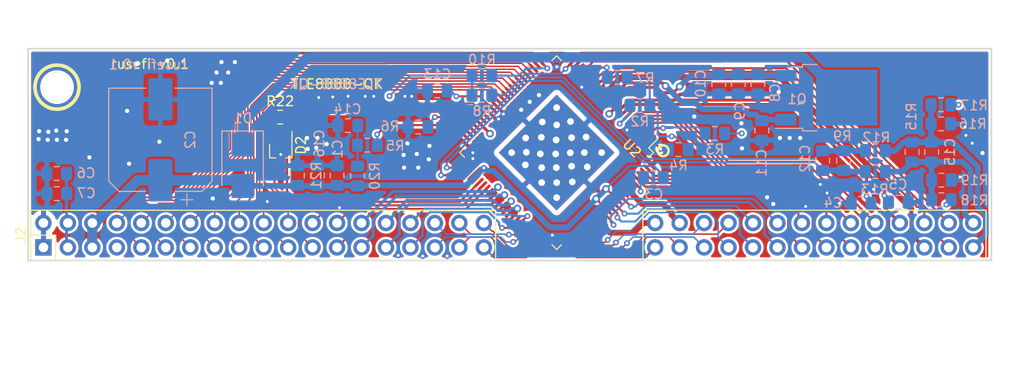
<source format=kicad_pcb>
(kicad_pcb (version 20171130) (host pcbnew "(5.1.0-rc2-21-g16b3c80a7)")
  (title_block (title "ME7 ECU") (date 2019-01-31) (rev R2.1))
  (layers (0 F.Cu signal) (1 PWR power hide) (2 GND power) (31 B.Cu signal) (34 B.Paste user) (35 F.Paste user) (36 B.SilkS user) (37 F.SilkS user) (38 B.Mask user hide) (39 F.Mask user hide) (44 Edge.Cuts user))
  (net 0 "")
  (net 1 GND)
  (net 2 /12V)
  (net 3 "Net-(C3-Pad2)")
  (net 4 /5V1)
  (net 5 /5V2)
  (net 6 /V5V)
  (net 7 "Net-(C10-Pad1)")
  (net 8 "Net-(C11-Pad1)")
  (net 9 "Net-(C12-Pad1)")
  (net 10 "Net-(C12-Pad2)")
  (net 11 "Net-(C13-Pad1)")
  (net 12 "Net-(C14-Pad1)")
  (net 13 /CRNK+)
  (net 14 /CRNK-)
  (net 15 "Net-(D1-Pad1)")
  (net 16 /CAN_H)
  (net 17 /CAN_L)
  (net 18 /OUT_24)
  (net 19 /OUT_23)
  (net 20 /CAN_TX)
  (net 21 /OUT_22)
  (net 22 /CAN_RX)
  (net 23 /OUT_21)
  (net 24 /OUT_20)
  (net 25 /OUT_19)
  (net 26 /CRNK_MCU)
  (net 27 /OUT_18)
  (net 28 /CSN)
  (net 29 /OUT_17)
  (net 30 /SDO)
  (net 31 /OUT_16)
  (net 32 /SIP)
  (net 33 /OUT_15)
  (net 34 /FCLP)
  (net 35 /OUT_14)
  (net 36 /MAIN_RELAY)
  (net 37 /DFB_13)
  (net 38 /IN_12)
  (net 39 /OUT_13)
  (net 40 /IN_11)
  (net 41 /DFB_12)
  (net 42 /IN_10)
  (net 43 /OUT_12)
  (net 44 /IN_9)
  (net 45 /DFB_11)
  (net 46 /IGN_IN_4)
  (net 47 /OUT_11)
  (net 48 /IGN_IN_3)
  (net 49 /DFB_10)
  (net 50 /IGN_IN_2)
  (net 51 /OUT_10)
  (net 52 /IGN_IN_1)
  (net 53 /DFB_9)
  (net 54 /INJ_IN_4)
  (net 55 /OUT_9)
  (net 56 /INJ_IN_3)
  (net 57 /DFB_8)
  (net 58 /INJ_IN_2)
  (net 59 /OUT_8)
  (net 60 /INJ_IN_1)
  (net 61 /OUT_7)
  (net 62 /IGN_OUT_4)
  (net 63 /OUT_6)
  (net 64 /IGN_OUT_3)
  (net 65 /OUT_5)
  (net 66 /IGN_OUT_2)
  (net 67 /OUT_4)
  (net 68 /IGN_OUT_1)
  (net 69 /OUT_3)
  (net 70 /OUT_2)
  (net 71 /OUT_1)
  (net 72 /VDD)
  (net 73 "Net-(R2-Pad1)")
  (net 74 "Net-(R3-Pad1)")
  (net 75 "Net-(R4-Pad1)")
  (net 76 /KEY)
  (net 77 /WAKE)
  (net 78 /VDDIO)
  (net 79 /INJ_EN)
  (net 80 /IGN_EN)
  (net 81 /LIN_IO)
  (net 82 /LIN_RX)
  (net 83 /LIN_TX)
  (module Capacitor_SMD:C_0805_2012Metric_Pad1.15x1.40mm_HandSolder (layer B.Cu) (at 62.475 24.384 180)
    (fp_text reference C13 (at 0 1.7272 180) (layer B.SilkS) (effects (justify mirror)))
    (fp_text value "100nF 50V")
    (pad 1 smd roundrect (at -1.025 0 180) (size 1.15 1.4) (layers B.Cu B.Paste B.Mask) (roundrect_rratio 0.217) (net 11 "Net-(C13-Pad1)"))
    (pad 2 smd roundrect (at 1.025 0 180) (size 1.15 1.4) (layers B.Cu B.Paste B.Mask) (roundrect_rratio 0.217) (net 1 GND))
  )
  (module Connector_PinHeader_2.54mm:Conn_TLE8888_Module (layer F.Cu) (at 21.59 40.64 90)
    (fp_text reference J2 (at 1.27 -2.33 90) (layer F.SilkS))
    (fp_text value Conn_02x39_Odd_Even)
    (pad 66 thru_hole oval (at 2.54 96.52 90) (size 1.7 1.7) (drill 1) (layers *.Cu *.Mask) (net 14 /CRNK-))
    (pad 65 thru_hole oval (at 0 96.52 90) (size 1.7 1.7) (drill 1) (layers *.Cu *.Mask) (net 13 /CRNK+))
    (pad 64 thru_hole oval (at 2.54 93.98 90) (size 1.7 1.7) (drill 1) (layers *.Cu *.Mask) (net 26 /CRNK_MCU))
    (pad 63 thru_hole oval (at 0 93.98 90) (size 1.7 1.7) (drill 1) (layers *.Cu *.Mask) (net 25 /OUT_19))
    (pad 62 thru_hole oval (at 2.54 91.44 90) (size 1.7 1.7) (drill 1) (layers *.Cu *.Mask) (net 24 /OUT_20))
    (pad 61 thru_hole oval (at 0 91.44 90) (size 1.7 1.7) (drill 1) (layers *.Cu *.Mask) (net 61 /OUT_7))
    (pad 60 thru_hole oval (at 2.54 88.9 90) (size 1.7 1.7) (drill 1) (layers *.Cu *.Mask) (net 5 /5V2))
    (pad 59 thru_hole oval (at 0 88.9 90) (size 1.7 1.7) (drill 1) (layers *.Cu *.Mask) (net 4 /5V1))
    (pad 58 thru_hole oval (at 2.54 86.36 90) (size 1.7 1.7) (drill 1) (layers *.Cu *.Mask) (net 34 /FCLP))
    (pad 57 thru_hole oval (at 0 86.36 90) (size 1.7 1.7) (drill 1) (layers *.Cu *.Mask) (net 32 /SIP))
    (pad 56 thru_hole oval (at 2.54 83.82 90) (size 1.7 1.7) (drill 1) (layers *.Cu *.Mask) (net 30 /SDO))
    (pad 55 thru_hole oval (at 0 83.82 90) (size 1.7 1.7) (drill 1) (layers *.Cu *.Mask) (net 28 /CSN))
    (pad 54 thru_hole oval (at 2.54 81.28 90) (size 1.7 1.7) (drill 1) (layers *.Cu *.Mask) (net 62 /IGN_OUT_4))
    (pad 53 thru_hole oval (at 0 81.28 90) (size 1.7 1.7) (drill 1) (layers *.Cu *.Mask) (net 64 /IGN_OUT_3))
    (pad 52 thru_hole oval (at 2.54 78.74 90) (size 1.7 1.7) (drill 1) (layers *.Cu *.Mask) (net 66 /IGN_OUT_2))
    (pad 51 thru_hole oval (at 0 78.74 90) (size 1.7 1.7) (drill 1) (layers *.Cu *.Mask) (net 68 /IGN_OUT_1))
    (pad 50 thru_hole oval (at 2.54 76.2 90) (size 1.7 1.7) (drill 1) (layers *.Cu *.Mask) (net 18 /OUT_24))
    (pad 49 thru_hole oval (at 0 76.2 90) (size 1.7 1.7) (drill 1) (layers *.Cu *.Mask) (net 23 /OUT_21))
    (pad 48 thru_hole oval (at 2.54 73.66 90) (size 1.7 1.7) (drill 1) (layers *.Cu *.Mask) (net 21 /OUT_22))
    (pad 47 thru_hole oval (at 0 73.66 90) (size 1.7 1.7) (drill 1) (layers *.Cu *.Mask) (net 19 /OUT_23))
    (pad 46 thru_hole oval (at 2.54 71.12 90) (size 1.7 1.7) (drill 1) (layers *.Cu *.Mask) (net 41 /DFB_12))
    (pad 45 thru_hole oval (at 0 71.12 90) (size 1.7 1.7) (drill 1) (layers *.Cu *.Mask) (net 39 /OUT_13))
    (pad 44 thru_hole oval (at 2.54 68.58 90) (size 1.7 1.7) (drill 1) (layers *.Cu *.Mask) (net 37 /DFB_13))
    (pad 43 thru_hole oval (at 0 68.58 90) (size 1.7 1.7) (drill 1) (layers *.Cu *.Mask) (net 43 /OUT_12))
    (pad 42 thru_hole oval (at 2.54 66.04 90) (size 1.7 1.7) (drill 1) (layers *.Cu *.Mask) (net 63 /OUT_6))
    (pad 41 thru_hole oval (at 0 66.04 90) (size 1.7 1.7) (drill 1) (layers *.Cu *.Mask) (net 47 /OUT_11))
    (pad 40 thru_hole oval (at 2.54 63.5 90) (size 1.7 1.7) (drill 1) (layers *.Cu *.Mask) (net 65 /OUT_5))
    (pad 39 thru_hole oval (at 0 63.5 90) (size 1.7 1.7) (drill 1) (layers *.Cu *.Mask) (net 45 /DFB_11))
    (pad 38 thru_hole oval (at 2.54 45.72 90) (size 1.7 1.7) (drill 1) (layers *.Cu *.Mask) (net 59 /OUT_8))
    (pad 37 thru_hole oval (at 0 45.72 90) (size 1.7 1.7) (drill 1) (layers *.Cu *.Mask) (net 51 /OUT_10))
    (pad 36 thru_hole oval (at 2.54 43.18 90) (size 1.7 1.7) (drill 1) (layers *.Cu *.Mask) (net 55 /OUT_9))
    (pad 35 thru_hole oval (at 0 43.18 90) (size 1.7 1.7) (drill 1) (layers *.Cu *.Mask) (net 49 /DFB_10))
    (pad 34 thru_hole oval (at 2.54 40.64 90) (size 1.7 1.7) (drill 1) (layers *.Cu *.Mask) (net 57 /DFB_8))
    (pad 33 thru_hole oval (at 0 40.64 90) (size 1.7 1.7) (drill 1) (layers *.Cu *.Mask) (net 53 /DFB_9))
    (pad 32 thru_hole oval (at 2.54 38.1 90) (size 1.7 1.7) (drill 1) (layers *.Cu *.Mask) (net 35 /OUT_14))
    (pad 31 thru_hole oval (at 0 38.1 90) (size 1.7 1.7) (drill 1) (layers *.Cu *.Mask) (net 33 /OUT_15))
    (pad 30 thru_hole oval (at 2.54 35.56 90) (size 1.7 1.7) (drill 1) (layers *.Cu *.Mask) (net 69 /OUT_3))
    (pad 29 thru_hole oval (at 0 35.56 90) (size 1.7 1.7) (drill 1) (layers *.Cu *.Mask) (net 67 /OUT_4))
    (pad 28 thru_hole oval (at 2.54 33.02 90) (size 1.7 1.7) (drill 1) (layers *.Cu *.Mask) (net 71 /OUT_1))
    (pad 27 thru_hole oval (at 0 33.02 90) (size 1.7 1.7) (drill 1) (layers *.Cu *.Mask) (net 70 /OUT_2))
    (pad 26 thru_hole oval (at 2.54 30.48 90) (size 1.7 1.7) (drill 1) (layers *.Cu *.Mask) (net 29 /OUT_17))
    (pad 25 thru_hole oval (at 0 30.48 90) (size 1.7 1.7) (drill 1) (layers *.Cu *.Mask) (net 31 /OUT_16))
    (pad 24 thru_hole oval (at 2.54 27.94 90) (size 1.7 1.7) (drill 1) (layers *.Cu *.Mask) (net 27 /OUT_18))
    (pad 23 thru_hole oval (at 0 27.94 90) (size 1.7 1.7) (drill 1) (layers *.Cu *.Mask) (net 17 /CAN_L))
    (pad 22 thru_hole oval (at 2.54 25.4 90) (size 1.7 1.7) (drill 1) (layers *.Cu *.Mask) (net 16 /CAN_H))
    (pad 21 thru_hole oval (at 0 25.4 90) (size 1.7 1.7) (drill 1) (layers *.Cu *.Mask) (net 20 /CAN_TX))
    (pad 20 thru_hole oval (at 2.54 22.86 90) (size 1.7 1.7) (drill 1) (layers *.Cu *.Mask) (net 22 /CAN_RX))
    (pad 19 thru_hole oval (at 0 22.86 90) (size 1.7 1.7) (drill 1) (layers *.Cu *.Mask) (net 38 /IN_12))
    (pad 18 thru_hole oval (at 2.54 20.32 90) (size 1.7 1.7) (drill 1) (layers *.Cu *.Mask) (net 40 /IN_11))
    (pad 17 thru_hole oval (at 0 20.32 90) (size 1.7 1.7) (drill 1) (layers *.Cu *.Mask) (net 42 /IN_10))
    (pad 16 thru_hole oval (at 2.54 17.78 90) (size 1.7 1.7) (drill 1) (layers *.Cu *.Mask) (net 44 /IN_9))
    (pad 15 thru_hole oval (at 0 17.78 90) (size 1.7 1.7) (drill 1) (layers *.Cu *.Mask) (net 46 /IGN_IN_4))
    (pad 14 thru_hole oval (at 2.54 15.24 90) (size 1.7 1.7) (drill 1) (layers *.Cu *.Mask) (net 48 /IGN_IN_3))
    (pad 13 thru_hole oval (at 0 15.24 90) (size 1.7 1.7) (drill 1) (layers *.Cu *.Mask) (net 50 /IGN_IN_2))
    (pad 12 thru_hole oval (at 2.54 12.7 90) (size 1.7 1.7) (drill 1) (layers *.Cu *.Mask) (net 52 /IGN_IN_1))
    (pad 11 thru_hole oval (at 0 12.7 90) (size 1.7 1.7) (drill 1) (layers *.Cu *.Mask) (net 54 /INJ_IN_4))
    (pad 10 thru_hole oval (at 2.54 10.16 90) (size 1.7 1.7) (drill 1) (layers *.Cu *.Mask) (net 56 /INJ_IN_3))
    (pad 9 thru_hole oval (at 0 10.16 90) (size 1.7 1.7) (drill 1) (layers *.Cu *.Mask) (net 58 /INJ_IN_2))
    (pad 8 thru_hole oval (at 2.54 7.62 90) (size 1.7 1.7) (drill 1) (layers *.Cu *.Mask) (net 60 /INJ_IN_1))
    (pad 7 thru_hole oval (at 0 7.62 90) (size 1.7 1.7) (drill 1) (layers *.Cu *.Mask) (net 72 /VDD))
    (pad 6 thru_hole oval (at 2.54 5.08 90) (size 1.7 1.7) (drill 1) (layers *.Cu *.Mask) (net 2 /12V))
    (pad 5 thru_hole oval (at 0 5.08 90) (size 1.7 1.7) (drill 1) (layers *.Cu *.Mask) (net 2 /12V))
    (pad 4 thru_hole oval (at 2.54 2.54 90) (size 1.7 1.7) (drill 1) (layers *.Cu *.Mask) (net 6 /V5V))
    (pad 3 thru_hole oval (at 0 2.54 90) (size 1.7 1.7) (drill 1) (layers *.Cu *.Mask) (net 6 /V5V))
    (pad 2 thru_hole oval (at 2.54 0 90) (size 1.7 1.7) (drill 1) (layers *.Cu *.Mask) (net 1 GND))
    (pad 1 thru_hole rect (at 0 0 90) (size 1.7 1.7) (drill 1) (layers *.Cu *.Mask) (net 1 GND))
  )
  (module Package_QFP:LQFP-100_14x14mm_P0.5mm_THERMAL (layer F.Cu) (at 74.8665 30.7975 225)
    (fp_text reference U2 (at -5.837166 -5.208549 135) (layer F.SilkS))
    (fp_text value TLE8888QK)
    (pad 101 thru_hole circle (at 1.29032 1.10744 225) (size 1 1) (drill 0.7) (layers *.Cu) (net 1 GND))
    (pad 101 thru_hole circle (at -0.89662 0.96774 225) (size 1 1) (drill 0.7) (layers *.Cu) (net 1 GND))
    (pad 101 thru_hole circle (at 0.17018 -0.02286 225) (size 1 1) (drill 0.7) (layers *.Cu) (net 1 GND))
    (pad 101 thru_hole circle (at 1.12522 -1.07442 225) (size 1 1) (drill 0.7) (layers *.Cu) (net 1 GND))
    (pad 101 thru_hole circle (at -0.98552 -1.01092 225) (size 1 1) (drill 0.7) (layers *.Cu) (net 1 GND))
    (pad 101 thru_hole circle (at -2.032 2.032 225) (size 1 1) (drill 0.7) (layers *.Cu) (net 1 GND))
    (pad 101 thru_hole circle (at 2.2 2.25 225) (size 1 1) (drill 0.7) (layers *.Cu) (net 1 GND))
    (pad 101 thru_hole circle (at 2.2 0 225) (size 1 1) (drill 0.7) (layers *.Cu) (net 1 GND))
    (pad 101 thru_hole circle (at -2.2 0 225) (size 1 1) (drill 0.7) (layers *.Cu) (net 1 GND))
    (pad 101 thru_hole circle (at 3.2 1.4 225) (size 1 1) (drill 0.7) (layers *.Cu) (net 1 GND))
    (pad 101 thru_hole circle (at 2.2 -2.2 225) (size 1 1) (drill 0.7) (layers *.Cu) (net 1 GND))
    (pad 101 thru_hole circle (at -2.032 -2.032 225) (size 1 1) (drill 0.7) (layers *.Cu) (net 1 GND))
    (pad 101 thru_hole circle (at -1.2 3.302 225) (size 1 1) (drill 0.7) (layers *.Cu) (net 1 GND))
    (pad 101 thru_hole circle (at 1.2 3.35 225) (size 1 1) (drill 0.7) (layers *.Cu) (net 1 GND))
    (pad 101 thru_hole circle (at 0 2.25 225) (size 1 1) (drill 0.7) (layers *.Cu) (net 1 GND))
    (pad 101 thru_hole circle (at 1 -3.3 225) (size 1 1) (drill 0.7) (layers *.Cu) (net 1 GND))
    (pad 101 thru_hole circle (at -0.1 -2.1 225) (size 1 1) (drill 0.7) (layers *.Cu) (net 1 GND))
    (pad 101 thru_hole circle (at -1.2 -3.3 225) (size 1 1) (drill 0.7) (layers *.Cu) (net 1 GND))
    (pad 101 thru_hole circle (at -3.302 -1.016 225) (size 1 1) (drill 0.7) (layers *.Cu) (net 1 GND))
    (pad 101 thru_hole circle (at -3.302 1.27 225) (size 1 1) (drill 0.7) (layers *.Cu) (net 1 GND))
    (pad 101 thru_hole circle (at 3.3 -1.1 225) (size 1 1) (drill 0.7) (layers *.Cu) (net 1 GND))
    (pad 101 thru_hole circle (at -3.302 3.302 225) (size 1 1) (drill 0.7) (layers *.Cu) (net 1 GND))
    (pad 101 thru_hole circle (at 3.302 3.302 225) (size 1 1) (drill 0.7) (layers *.Cu) (net 1 GND))
    (pad 101 thru_hole circle (at 3.302 -3.302 225) (size 1 1) (drill 0.7) (layers *.Cu) (net 1 GND))
    (pad 101 thru_hole circle (at -3.302 -3.302 225) (size 1 1) (drill 0.7) (layers *.Cu) (net 1 GND))
    (pad 101 smd rect (at 0 0 225) (size 8.5 8.5) (layers B.Cu) (net 1 GND))
    (pad 101 smd rect (at 0 0 225) (size 8.5 8.5) (layers F.Cu F.Paste F.Mask) (net 1 GND))
    (pad 100 smd roundrect (at -6 -7.9 225) (size 0.3 1.25) (layers F.Cu F.Paste F.Mask) (net 1 GND))
    (pad 99 smd roundrect (at -5.5 -7.9 225) (size 0.3 1.25) (layers F.Cu F.Paste F.Mask) (net 62 /IGN_OUT_4))
    (pad 98 smd roundrect (at -5 -7.9 225) (size 0.3 1.25) (layers F.Cu F.Paste F.Mask) (net 64 /IGN_OUT_3))
    (pad 97 smd roundrect (at -4.5 -7.9 225) (size 0.3 1.25) (layers F.Cu F.Paste F.Mask) (net 66 /IGN_OUT_2))
    (pad 96 smd roundrect (at -4 -7.9 225) (size 0.3 1.25) (layers F.Cu F.Paste F.Mask) (net 68 /IGN_OUT_1))
    (pad 95 smd roundrect (at -3.5 -7.9 225) (size 0.3 1.25) (layers F.Cu F.Paste F.Mask) (net 3 "Net-(C3-Pad2)"))
    (pad 94 smd roundrect (at -3 -7.9 225) (size 0.3 1.25) (layers F.Cu F.Paste F.Mask) (net 63 /OUT_6))
    (pad 93 smd roundrect (at -2.5 -7.9 225) (size 0.3 1.25) (layers F.Cu F.Paste F.Mask) (net 63 /OUT_6))
    (pad 92 smd roundrect (at -2 -7.9 225) (size 0.3 1.25) (layers F.Cu F.Paste F.Mask) (net 63 /OUT_6))
    (pad 91 smd roundrect (at -1.5 -7.9 225) (size 0.3 1.25) (layers F.Cu F.Paste F.Mask) (net 23 /OUT_21))
    (pad 90 smd roundrect (at -1 -7.9 225) (size 0.3 1.25) (layers F.Cu F.Paste F.Mask) (net 2 /12V))
    (pad 89 smd roundrect (at -0.5 -7.9 225) (size 0.3 1.25) (layers F.Cu F.Paste F.Mask) (net 21 /OUT_22))
    (pad 88 smd roundrect (at 0 -7.9 225) (size 0.3 1.25) (layers F.Cu F.Paste F.Mask) (net 19 /OUT_23))
    (pad 87 smd roundrect (at 0.5 -7.9 225) (size 0.3 1.25) (layers F.Cu F.Paste F.Mask) (net 2 /12V))
    (pad 86 smd roundrect (at 1 -7.9 225) (size 0.3 1.25) (layers F.Cu F.Paste F.Mask) (net 18 /OUT_24))
    (pad 85 smd roundrect (at 1.5 -7.9 225) (size 0.3 1.25) (layers F.Cu F.Paste F.Mask) (net 65 /OUT_5))
    (pad 84 smd roundrect (at 2 -7.9 225) (size 0.3 1.25) (layers F.Cu F.Paste F.Mask) (net 65 /OUT_5))
    (pad 83 smd roundrect (at 2.5 -7.9 225) (size 0.3 1.25) (layers F.Cu F.Paste F.Mask) (net 65 /OUT_5))
    (pad 82 smd roundrect (at 3 -7.9 225) (size 0.3 1.25) (layers F.Cu F.Paste F.Mask) (net 81 /LIN_IO))
    (pad 81 smd roundrect (at 3.5 -7.9 225) (size 0.3 1.25) (layers F.Cu F.Paste F.Mask) (net 39 /OUT_13))
    (pad 80 smd roundrect (at 4 -7.9 225) (size 0.3 1.25) (layers F.Cu F.Paste F.Mask) (net 37 /DFB_13))
    (pad 79 smd roundrect (at 4.5 -7.9 225) (size 0.3 1.25) (layers F.Cu F.Paste F.Mask) (net 43 /OUT_12))
    (pad 78 smd roundrect (at 5 -7.9 225) (size 0.3 1.25) (layers F.Cu F.Paste F.Mask) (net 41 /DFB_12))
    (pad 77 smd roundrect (at 5.5 -7.9 225) (size 0.3 1.25) (layers F.Cu F.Paste F.Mask) (net 47 /OUT_11))
    (pad 76 smd roundrect (at 6 -7.9 225) (size 0.3 1.25) (layers F.Cu F.Paste F.Mask) (net 45 /DFB_11))
    (pad 75 smd roundrect (at 7.9 -6 225) (size 1.25 0.3) (layers F.Cu F.Paste F.Mask) (net 1 GND))
    (pad 74 smd roundrect (at 7.9 -5.5 225) (size 1.25 0.3) (layers F.Cu F.Paste F.Mask) (net 51 /OUT_10))
    (pad 73 smd roundrect (at 7.9 -5 225) (size 1.25 0.3) (layers F.Cu F.Paste F.Mask) (net 49 /DFB_10))
    (pad 72 smd roundrect (at 7.9 -4.5 225) (size 1.25 0.3) (layers F.Cu F.Paste F.Mask) (net 55 /OUT_9))
    (pad 71 smd roundrect (at 7.9 -4 225) (size 1.25 0.3) (layers F.Cu F.Paste F.Mask) (net 59 /OUT_8))
    (pad 70 smd roundrect (at 7.9 -3.5 225) (size 1.25 0.3) (layers F.Cu F.Paste F.Mask) (net 53 /DFB_9))
    (pad 69 smd roundrect (at 7.9 -3 225) (size 1.25 0.3) (layers F.Cu F.Paste F.Mask) (net 57 /DFB_8))
    (pad 68 smd roundrect (at 7.9 -2.5 225) (size 1.25 0.3) (layers F.Cu F.Paste F.Mask) (net 35 /OUT_14))
    (pad 67 smd roundrect (at 7.9 -2 225) (size 1.25 0.3) (layers F.Cu F.Paste F.Mask) (net 33 /OUT_15))
    (pad 66 smd roundrect (at 7.9 -1.5 225) (size 1.25 0.3) (layers F.Cu F.Paste F.Mask) (net 67 /OUT_4))
    (pad 65 smd roundrect (at 7.9 -1 225) (size 1.25 0.3) (layers F.Cu F.Paste F.Mask) (net 67 /OUT_4))
    (pad 64 smd roundrect (at 7.9 -0.5 225) (size 1.25 0.3) (layers F.Cu F.Paste F.Mask) (net 69 /OUT_3))
    (pad 63 smd roundrect (at 7.9 0 225) (size 1.25 0.3) (layers F.Cu F.Paste F.Mask) (net 69 /OUT_3))
    (pad 62 smd roundrect (at 7.9 0.5 225) (size 1.25 0.3) (layers F.Cu F.Paste F.Mask) (net 70 /OUT_2))
    (pad 61 smd roundrect (at 7.9 1 225) (size 1.25 0.3) (layers F.Cu F.Paste F.Mask) (net 70 /OUT_2))
    (pad 60 smd roundrect (at 7.9 1.5 225) (size 1.25 0.3) (layers F.Cu F.Paste F.Mask) (net 71 /OUT_1))
    (pad 59 smd roundrect (at 7.9 2 225) (size 1.25 0.3) (layers F.Cu F.Paste F.Mask) (net 71 /OUT_1))
    (pad 58 smd roundrect (at 7.9 2.5 225) (size 1.25 0.3) (layers F.Cu F.Paste F.Mask) (net 31 /OUT_16))
    (pad 57 smd roundrect (at 7.9 3 225) (size 1.25 0.3) (layers F.Cu F.Paste F.Mask) (net 29 /OUT_17))
    (pad 56 smd roundrect (at 7.9 3.5 225) (size 1.25 0.3) (layers F.Cu F.Paste F.Mask) (net 27 /OUT_18))
    (pad 55 smd roundrect (at 7.9 4 225) (size 1.25 0.3) (layers F.Cu F.Paste F.Mask) (net 36 /MAIN_RELAY))
    (pad 54 smd roundrect (at 7.9 4.5 225) (size 1.25 0.3) (layers F.Cu F.Paste F.Mask) (net 2 /12V))
    (pad 53 smd roundrect (at 7.9 5 225) (size 1.25 0.3) (layers F.Cu F.Paste F.Mask) (net 1 GND))
    (pad 52 smd roundrect (at 7.9 5.5 225) (size 1.25 0.3) (layers F.Cu F.Paste F.Mask) (net 9 "Net-(C12-Pad1)"))
    (pad 51 smd roundrect (at 7.9 6 225) (size 1.25 0.3) (layers F.Cu F.Paste F.Mask) (net 10 "Net-(C12-Pad2)"))
    (pad 50 smd roundrect (at 6 7.9 225) (size 0.3 1.25) (layers F.Cu F.Paste F.Mask) (net 1 GND))
    (pad 49 smd roundrect (at 5.5 7.9 225) (size 0.3 1.25) (layers F.Cu F.Paste F.Mask) (net 76 /KEY))
    (pad 48 smd roundrect (at 5 7.9 225) (size 0.3 1.25) (layers F.Cu F.Paste F.Mask) (net 77 /WAKE))
    (pad 47 smd roundrect (at 4.5 7.9 225) (size 0.3 1.25) (layers F.Cu F.Paste F.Mask) (net 17 /CAN_L))
    (pad 46 smd roundrect (at 4 7.9 225) (size 0.3 1.25) (layers F.Cu F.Paste F.Mask) (net 16 /CAN_H))
    (pad 45 smd roundrect (at 3.5 7.9 225) (size 0.3 1.25) (layers F.Cu F.Paste F.Mask) (net 6 /V5V))
    (pad 44 smd roundrect (at 3 7.9 225) (size 0.3 1.25) (layers F.Cu F.Paste F.Mask) (net 20 /CAN_TX))
    (pad 43 smd roundrect (at 2.5 7.9 225) (size 0.3 1.25) (layers F.Cu F.Paste F.Mask) (net 22 /CAN_RX))
    (pad 42 smd roundrect (at 2 7.9 225) (size 0.3 1.25) (layers F.Cu F.Paste F.Mask) (net 1 GND))
    (pad 41 smd roundrect (at 1.5 7.9 225) (size 0.3 1.25) (layers F.Cu F.Paste F.Mask) (net 11 "Net-(C13-Pad1)"))
    (pad 40 smd roundrect (at 1 7.9 225) (size 0.3 1.25) (layers F.Cu F.Paste F.Mask) (net 1 GND))
    (pad 39 smd roundrect (at 0.5 7.9 225) (size 0.3 1.25) (layers F.Cu F.Paste F.Mask) (net 38 /IN_12))
    (pad 38 smd roundrect (at 0 7.9 225) (size 0.3 1.25) (layers F.Cu F.Paste F.Mask) (net 40 /IN_11))
    (pad 37 smd roundrect (at -0.5 7.9 225) (size 0.3 1.25) (layers F.Cu F.Paste F.Mask) (net 42 /IN_10))
    (pad 36 smd roundrect (at -1 7.9 225) (size 0.3 1.25) (layers F.Cu F.Paste F.Mask) (net 44 /IN_9))
    (pad 35 smd roundrect (at -1.5 7.9 225) (size 0.3 1.25) (layers F.Cu F.Paste F.Mask) (net 46 /IGN_IN_4))
    (pad 34 smd roundrect (at -2 7.9 225) (size 0.3 1.25) (layers F.Cu F.Paste F.Mask) (net 48 /IGN_IN_3))
    (pad 33 smd roundrect (at -2.5 7.9 225) (size 0.3 1.25) (layers F.Cu F.Paste F.Mask) (net 50 /IGN_IN_2))
    (pad 32 smd roundrect (at -3 7.9 225) (size 0.3 1.25) (layers F.Cu F.Paste F.Mask) (net 52 /IGN_IN_1))
    (pad 31 smd roundrect (at -3.5 7.9 225) (size 0.3 1.25) (layers F.Cu F.Paste F.Mask) (net 54 /INJ_IN_4))
    (pad 30 smd roundrect (at -4 7.9 225) (size 0.3 1.25) (layers F.Cu F.Paste F.Mask) (net 56 /INJ_IN_3))
    (pad 29 smd roundrect (at -4.5 7.9 225) (size 0.3 1.25) (layers F.Cu F.Paste F.Mask) (net 58 /INJ_IN_2))
    (pad 28 smd roundrect (at -5 7.9 225) (size 0.3 1.25) (layers F.Cu F.Paste F.Mask) (net 60 /INJ_IN_1))
    (pad 27 smd roundrect (at -5.5 7.9 225) (size 0.3 1.25) (layers F.Cu F.Paste F.Mask) (net 80 /IGN_EN))
    (pad 26 smd roundrect (at -6 7.9 225) (size 0.3 1.25) (layers F.Cu F.Paste F.Mask) (net 1 GND))
    (pad 25 smd roundrect (at -7.9 6 225) (size 1.25 0.3) (layers F.Cu F.Paste F.Mask) (net 1 GND))
    (pad 24 smd roundrect (at -7.9 5.5 225) (size 1.25 0.3) (layers F.Cu F.Paste F.Mask) (net 79 /INJ_EN))
    (pad 23 smd roundrect (at -7.9 5 225) (size 1.25 0.3) (layers F.Cu F.Paste F.Mask) (net 82 /LIN_RX))
    (pad 22 smd roundrect (at -7.9 4.5 225) (size 1.25 0.3) (layers F.Cu F.Paste F.Mask) (net 83 /LIN_TX))
    (pad 21 smd roundrect (at -7.9 4 225) (size 1.25 0.3) (layers F.Cu F.Paste F.Mask) (net 26 /CRNK_MCU))
    (pad 20 smd roundrect (at -7.9 3.5 225) (size 1.25 0.3) (layers F.Cu F.Paste F.Mask) (net 78 /VDDIO))
    (pad 19 smd roundrect (at -7.9 3 225) (size 1.25 0.3) (layers F.Cu F.Paste F.Mask) (net 1 GND))
    (pad 18 smd roundrect (at -7.9 2.5 225) (size 1.25 0.3) (layers F.Cu F.Paste F.Mask) (net 25 /OUT_19))
    (pad 17 smd roundrect (at -7.9 2 225) (size 1.25 0.3) (layers F.Cu F.Paste F.Mask) (net 24 /OUT_20))
    (pad 16 smd roundrect (at -7.9 1.5 225) (size 1.25 0.3) (layers F.Cu F.Paste F.Mask) (net 61 /OUT_7))
    (pad 15 smd roundrect (at -7.9 1 225) (size 1.25 0.3) (layers F.Cu F.Paste F.Mask) (net 61 /OUT_7))
    (pad 14 smd roundrect (at -7.9 0.5 225) (size 1.25 0.3) (layers F.Cu F.Paste F.Mask) (net 61 /OUT_7))
    (pad 13 smd roundrect (at -7.9 0 225) (size 1.25 0.3) (layers F.Cu F.Paste F.Mask) (net 8 "Net-(C11-Pad1)"))
    (pad 12 smd roundrect (at -7.9 -0.5 225) (size 1.25 0.3) (layers F.Cu F.Paste F.Mask) (net 7 "Net-(C10-Pad1)"))
    (pad 11 smd roundrect (at -7.9 -1 225) (size 1.25 0.3) (layers F.Cu F.Paste F.Mask) (net 6 /V5V))
    (pad 10 smd roundrect (at -7.9 -1.5 225) (size 1.25 0.3) (layers F.Cu F.Paste F.Mask) (net 5 /5V2))
    (pad 9 smd roundrect (at -7.9 -2 225) (size 1.25 0.3) (layers F.Cu F.Paste F.Mask) (net 4 /5V1))
    (pad 8 smd roundrect (at -7.9 -2.5 225) (size 1.25 0.3) (layers F.Cu F.Paste F.Mask) (net 73 "Net-(R2-Pad1)"))
    (pad 7 smd roundrect (at -7.9 -3 225) (size 1.25 0.3) (layers F.Cu F.Paste F.Mask) (net 34 /FCLP))
    (pad 6 smd roundrect (at -7.9 -3.5 225) (size 1.25 0.3) (layers F.Cu F.Paste F.Mask) (net 1 GND))
    (pad 5 smd roundrect (at -7.9 -4 225) (size 1.25 0.3) (layers F.Cu F.Paste F.Mask) (net 32 /SIP))
    (pad 4 smd roundrect (at -7.9 -4.5 225) (size 1.25 0.3) (layers F.Cu F.Paste F.Mask) (net 30 /SDO))
    (pad 3 smd roundrect (at -7.9 -5 225) (size 1.25 0.3) (layers F.Cu F.Paste F.Mask) (net 28 /CSN))
    (pad 2 smd roundrect (at -7.9 -5.5 225) (size 1.25 0.3) (layers F.Cu F.Paste F.Mask) (net 74 "Net-(R3-Pad1)"))
    (pad 1 smd roundrect (at -7.9 -6 225) (size 1.25 0.3) (layers F.Cu F.Paste F.Mask) (net 75 "Net-(R4-Pad1)"))
  )
  (module Resistor_SMD:R_0805_2012Metric_Pad1.15x1.40mm_HandSolder (layer F.Cu) (at 46.1645 27.1145)
    (fp_text reference R22 (at 0 -1.65) (layer F.SilkS))
    (fp_text value 120)
    (pad 2 smd roundrect (at 1.025 0) (size 1.15 1.4) (layers F.Cu F.Paste F.Mask) (roundrect_rratio 0.217391) (net 17 /CAN_L))
    (pad 1 smd roundrect (at -1.025 0) (size 1.15 1.4) (layers F.Cu F.Paste F.Mask) (roundrect_rratio 0.217391) (net 16 /CAN_H))
  )
  (module Resistor_SMD:R_0805_2012Metric_Pad1.15x1.40mm_HandSolder (layer B.Cu) (at 47.9552 33.1724 270)
    (fp_text reference R21 (at 0 -1.9685 270) (layer B.SilkS) (effects (justify mirror)))
    (fp_text value 2.7K)
    (pad 2 smd roundrect (at 1.025 0 270) (size 1.15 1.4) (layers B.Cu B.Paste B.Mask) (roundrect_rratio 0.217391) (net 2 /12V))
    (pad 1 smd roundrect (at -1.025 0 270) (size 1.15 1.4) (layers B.Cu B.Paste B.Mask) (roundrect_rratio 0.217391) (net 1 GND))
  )
  (module Resistor_SMD:R_0805_2012Metric_Pad1.15x1.40mm_HandSolder (layer B.Cu) (at 54.2036 33.2232 270)
    (fp_text reference R20 (at 0 -1.778 270) (layer B.SilkS) (effects (justify mirror)))
    (fp_text value 2.7K)
    (pad 2 smd roundrect (at 1.025 0 270) (size 1.15 1.4) (layers B.Cu B.Paste B.Mask) (roundrect_rratio 0.217391) (net 2 /12V))
    (pad 1 smd roundrect (at -1.025 0 270) (size 1.15 1.4) (layers B.Cu B.Paste B.Mask) (roundrect_rratio 0.217391) (net 12 "Net-(C14-Pad1)"))
  )
  (module Resistor_SMD:R_0805_2012Metric_Pad1.15x1.40mm_HandSolder (layer B.Cu) (at 114.808 33.655 180)
    (fp_text reference R19 (at -3.429 0 180) (layer B.SilkS) (effects (justify mirror)))
    (fp_text value 0)
    (pad 2 smd roundrect (at 1.025 0 180) (size 1.15 1.4) (layers B.Cu B.Paste B.Mask) (roundrect_rratio 0.217391) (net 14 /CRNK-))
    (pad 1 smd roundrect (at -1.025 0 180) (size 1.15 1.4) (layers B.Cu B.Paste B.Mask) (roundrect_rratio 0.217391) (net 1 GND))
  )
  (module Resistor_SMD:R_0805_2012Metric_Pad1.15x1.40mm_HandSolder (layer B.Cu) (at 114.808 35.687 180)
    (fp_text reference R18 (at -3.429 -0.0508 180) (layer B.SilkS) (effects (justify mirror)))
    (fp_text value 0)
    (pad 2 smd roundrect (at 1.025 0 180) (size 1.15 1.4) (layers B.Cu B.Paste B.Mask) (roundrect_rratio 0.217391) (net 14 /CRNK-))
    (pad 1 smd roundrect (at -1.025 0 180) (size 1.15 1.4) (layers B.Cu B.Paste B.Mask) (roundrect_rratio 0.217391) (net 6 /V5V))
  )
  (module Resistor_SMD:R_0805_2012Metric_Pad1.15x1.40mm_HandSolder (layer B.Cu) (at 114.7572 25.8318 180)
    (fp_text reference R17 (at -3.429 -0.0635 180) (layer B.SilkS) (effects (justify mirror)))
    (fp_text value 0)
    (pad 2 smd roundrect (at 1.025 0 180) (size 1.15 1.4) (layers B.Cu B.Paste B.Mask) (roundrect_rratio 0.217391) (net 13 /CRNK+))
    (pad 1 smd roundrect (at -1.025 0 180) (size 1.15 1.4) (layers B.Cu B.Paste B.Mask) (roundrect_rratio 0.217391) (net 6 /V5V))
  )
  (module Resistor_SMD:R_0805_2012Metric_Pad1.15x1.40mm_HandSolder (layer B.Cu) (at 114.7572 27.813 180)
    (fp_text reference R16 (at -3.302 0 180) (layer B.SilkS) (effects (justify mirror)))
    (fp_text value 0)
    (pad 2 smd roundrect (at 1.025 0 180) (size 1.15 1.4) (layers B.Cu B.Paste B.Mask) (roundrect_rratio 0.217391) (net 13 /CRNK+))
    (pad 1 smd roundrect (at -1.025 0 180) (size 1.15 1.4) (layers B.Cu B.Paste B.Mask) (roundrect_rratio 0.217391) (net 1 GND))
  )
  (module Resistor_SMD:R_0805_2012Metric_Pad1.15x1.40mm_HandSolder (layer B.Cu) (at 111.76 30.734 270)
    (fp_text reference R15 (at -3.683 0.0635 270) (layer B.SilkS) (effects (justify mirror)))
    (fp_text value 0)
    (pad 2 smd roundrect (at 1.025 0 270) (size 1.15 1.4) (layers B.Cu B.Paste B.Mask) (roundrect_rratio 0.217391) (net 14 /CRNK-))
    (pad 1 smd roundrect (at -1.025 0 270) (size 1.15 1.4) (layers B.Cu B.Paste B.Mask) (roundrect_rratio 0.217391) (net 13 /CRNK+))
  )
  (module Resistor_SMD:R_0805_2012Metric_Pad1.15x1.40mm_HandSolder (layer B.Cu) (at 107.95 32.766 180)
    (fp_text reference R13 (at 0.0635 -1.8415 180) (layer B.SilkS) (effects (justify mirror)))
    (fp_text value 0)
    (pad 2 smd roundrect (at 1.025 0 180) (size 1.15 1.4) (layers B.Cu B.Paste B.Mask) (roundrect_rratio 0.217391) (net 10 "Net-(C12-Pad2)"))
    (pad 1 smd roundrect (at -1.025 0 180) (size 1.15 1.4) (layers B.Cu B.Paste B.Mask) (roundrect_rratio 0.217391) (net 14 /CRNK-))
  )
  (module Resistor_SMD:R_0805_2012Metric_Pad1.15x1.40mm_HandSolder (layer B.Cu) (at 107.95 30.607 180)
    (fp_text reference R12 (at -0.1016 1.3716 180) (layer B.SilkS) (effects (justify mirror)))
    (fp_text value 0)
    (pad 2 smd roundrect (at 1.025 0 180) (size 1.15 1.4) (layers B.Cu B.Paste B.Mask) (roundrect_rratio 0.217391) (net 9 "Net-(C12-Pad1)"))
    (pad 1 smd roundrect (at -1.025 0 180) (size 1.15 1.4) (layers B.Cu B.Paste B.Mask) (roundrect_rratio 0.217391) (net 13 /CRNK+))
  )
  (module Resistor_SMD:R_0805_2012Metric_Pad1.15x1.40mm_HandSolder (layer B.Cu) (at 67.1068 22.8092)
    (fp_text reference R10 (at 0.0127 -1.6637) (layer B.SilkS) (effects (justify mirror)))
    (fp_text value 4.7K)
    (pad 2 smd roundrect (at 1.025 0) (size 1.15 1.4) (layers B.Cu B.Paste B.Mask) (roundrect_rratio 0.217391) (net 80 /IGN_EN))
    (pad 1 smd roundrect (at -1.025 0) (size 1.15 1.4) (layers B.Cu B.Paste B.Mask) (roundrect_rratio 0.217391) (net 72 /VDD))
  )
  (module Resistor_SMD:R_0805_2012Metric_Pad1.15x1.40mm_HandSolder (layer B.Cu) (at 104.648 31.623 270)
    (fp_text reference R9 (at -2.54 0.127) (layer B.SilkS) (effects (justify mirror)))
    (fp_text value 0)
    (pad 2 smd roundrect (at 1.025 0 270) (size 1.15 1.4) (layers B.Cu B.Paste B.Mask) (roundrect_rratio 0.217391) (net 10 "Net-(C12-Pad2)"))
    (pad 1 smd roundrect (at -1.025 0 270) (size 1.15 1.4) (layers B.Cu B.Paste B.Mask) (roundrect_rratio 0.217391) (net 9 "Net-(C12-Pad1)"))
  )
  (module Resistor_SMD:R_0805_2012Metric_Pad1.15x1.40mm_HandSolder (layer B.Cu) (at 67.1068 24.8412)
    (fp_text reference R8 (at 0 1.65) (layer B.SilkS) (effects (justify mirror)))
    (fp_text value 4.7K)
    (pad 2 smd roundrect (at 1.025 0) (size 1.15 1.4) (layers B.Cu B.Paste B.Mask) (roundrect_rratio 0.217391) (net 79 /INJ_EN))
    (pad 1 smd roundrect (at -1.025 0) (size 1.15 1.4) (layers B.Cu B.Paste B.Mask) (roundrect_rratio 0.217391) (net 72 /VDD))
  )
  (module Resistor_SMD:R_0805_2012Metric_Pad1.15x1.40mm_HandSolder (layer B.Cu) (at 81.153 22.987 180)
    (fp_text reference R7 (at -2.921 -0.0635 180) (layer B.SilkS) (effects (justify mirror)))
    (fp_text value 0)
    (pad 2 smd roundrect (at 1.025 0 180) (size 1.15 1.4) (layers B.Cu B.Paste B.Mask) (roundrect_rratio 0.217391) (net 78 /VDDIO))
    (pad 1 smd roundrect (at -1.025 0 180) (size 1.15 1.4) (layers B.Cu B.Paste B.Mask) (roundrect_rratio 0.217391) (net 72 /VDD))
  )
  (module Resistor_SMD:R_0805_2012Metric_Pad1.15x1.40mm_HandSolder (layer B.Cu) (at 60.4774 28.1305)
    (fp_text reference R6 (at -2.921 -0.0635) (layer B.SilkS) (effects (justify mirror)))
    (fp_text value 0)
    (pad 2 smd roundrect (at 1.025 0) (size 1.15 1.4) (layers B.Cu B.Paste B.Mask) (roundrect_rratio 0.217391) (net 77 /WAKE))
    (pad 1 smd roundrect (at -1.025 0) (size 1.15 1.4) (layers B.Cu B.Paste B.Mask) (roundrect_rratio 0.217391) (net 1 GND))
  )
  (module Resistor_SMD:R_0805_2012Metric_Pad1.15x1.40mm_HandSolder (layer B.Cu) (at 55.2196 30.0228)
    (fp_text reference R5 (at 2.8829 0.0762) (layer B.SilkS) (effects (justify mirror)))
    (fp_text value 0)
    (pad 2 smd roundrect (at 1.025 0) (size 1.15 1.4) (layers B.Cu B.Paste B.Mask) (roundrect_rratio 0.217391) (net 76 /KEY))
    (pad 1 smd roundrect (at -1.025 0) (size 1.15 1.4) (layers B.Cu B.Paste B.Mask) (roundrect_rratio 0.217391) (net 12 "Net-(C14-Pad1)"))
  )
  (module Resistor_SMD:R_0805_2012Metric_Pad1.15x1.40mm_HandSolder (layer B.Cu) (at 87.503 30.48)
    (fp_text reference R4 (at 0 1.65) (layer B.SilkS) (effects (justify mirror)))
    (fp_text value 4.7K)
    (pad 2 smd roundrect (at 1.025 0) (size 1.15 1.4) (layers B.Cu B.Paste B.Mask) (roundrect_rratio 0.217391) (net 72 /VDD))
    (pad 1 smd roundrect (at -1.025 0) (size 1.15 1.4) (layers B.Cu B.Paste B.Mask) (roundrect_rratio 0.217391) (net 75 "Net-(R4-Pad1)"))
  )
  (module Resistor_SMD:R_0805_2012Metric_Pad1.15x1.40mm_HandSolder (layer B.Cu) (at 91.2876 28.8036)
    (fp_text reference R3 (at 0 1.65) (layer B.SilkS) (effects (justify mirror)))
    (fp_text value 4.7K)
    (pad 2 smd roundrect (at 1.025 0) (size 1.15 1.4) (layers B.Cu B.Paste B.Mask) (roundrect_rratio 0.217391) (net 6 /V5V))
    (pad 1 smd roundrect (at -1.025 0) (size 1.15 1.4) (layers B.Cu B.Paste B.Mask) (roundrect_rratio 0.217391) (net 74 "Net-(R3-Pad1)"))
  )
  (module Resistor_SMD:R_0805_2012Metric_Pad1.15x1.40mm_HandSolder (layer B.Cu) (at 83.5025 25.908)
    (fp_text reference R2 (at 0 1.65) (layer B.SilkS) (effects (justify mirror)))
    (fp_text value 4.7K)
    (pad 2 smd roundrect (at 1.025 0) (size 1.15 1.4) (layers B.Cu B.Paste B.Mask) (roundrect_rratio 0.217391) (net 72 /VDD))
    (pad 1 smd roundrect (at -1.025 0) (size 1.15 1.4) (layers B.Cu B.Paste B.Mask) (roundrect_rratio 0.217391) (net 73 "Net-(R2-Pad1)"))
  )
  (module Package_TO_SOT_SMD:TO-252-2 (layer B.Cu) (at 102.87 25.0952)
    (fp_text reference Q1 (at -3.048 0.1524) (layer B.SilkS) (effects (justify mirror)))
    (fp_text value IPD30N06S2L-23)
    (pad 2 smd rect (at 2.1 0) (size 6.4 5.8) (layers B.Cu B.Mask) (net 15 "Net-(D1-Pad1)"))
    (pad 3 smd rect (at -4.2 -2.28) (size 2.2 1.2) (layers B.Cu B.Paste B.Mask) (net 7 "Net-(C10-Pad1)"))
    (pad 1 smd rect (at -4.2 2.28) (size 2.2 1.2) (layers B.Cu B.Paste B.Mask) (net 8 "Net-(C11-Pad1)"))
  )
  (module Connector:1pin (layer F.Cu) (at 23 24)
    (fp_text reference J1 hide)
    (fp_text value Conn_01x01 hide)
    (pad "" thru_hole circle (at 0 0) (size 3 3) (drill 3) (layers *.Cu *.Mask F.SilkS))
  )
  (module Package_TO_SOT_SMD:SOT-323_SC-70_Handsoldering (layer F.Cu) (at 46.228 30.607 270)
    (fp_text reference D2 (at -0.5715 -2.0955 270) (layer F.SilkS))
    (fp_text value PESD1CAN-UX)
    (pad 3 smd rect (at 1.33 0 180) (size 0.45 1.5) (layers F.Cu F.Paste F.Mask) (net 1 GND))
    (pad 2 smd rect (at -1.33 0.65 180) (size 0.45 1.5) (layers F.Cu F.Paste F.Mask) (net 16 /CAN_H))
    (pad 1 smd rect (at -1.33 -0.65 180) (size 0.45 1.5) (layers F.Cu F.Paste F.Mask) (net 17 /CAN_L))
  )
  (module Diode_SMD:D_SMB (layer B.Cu) (at 42.2656 32.1056 270)
    (fp_text reference D1 (at -4.8641 -0.0254) (layer B.SilkS) (effects (justify mirror)))
    (fp_text value MBRS3200T3G)
    (pad 2 smd rect (at 2.15 0 270) (size 2.5 2.3) (layers B.Cu B.Paste B.Mask) (net 2 /12V))
    (pad 1 smd rect (at -2.15 0 270) (size 2.5 2.3) (layers B.Cu B.Paste B.Mask) (net 15 "Net-(D1-Pad1)"))
  )
  (module Capacitor_SMD:C_0805_2012Metric_Pad1.15x1.40mm_HandSolder (layer B.Cu) (at 50.038 33.1724 90)
    (fp_text reference C16 (at 3.3274 0.1905 90) (layer B.SilkS) (effects (justify mirror)))
    (fp_text value "100nF 100V")
    (pad 1 smd roundrect (at -1.025 0 90) (size 1.15 1.4) (layers B.Cu B.Paste B.Mask) (roundrect_rratio 0.217) (net 2 /12V))
    (pad 2 smd roundrect (at 1.025 0 90) (size 1.15 1.4) (layers B.Cu B.Paste B.Mask) (roundrect_rratio 0.217) (net 1 GND))
  )
  (module Capacitor_SMD:C_0805_2012Metric_Pad1.15x1.40mm_HandSolder (layer B.Cu) (at 113.792 30.734 270)
    (fp_text reference C15 (at 0 -1.905 270) (layer B.SilkS) (effects (justify mirror)))
    (fp_text value C)
    (pad 1 smd roundrect (at -1.025 0 270) (size 1.15 1.4) (layers B.Cu B.Paste B.Mask) (roundrect_rratio 0.217) (net 13 /CRNK+))
    (pad 2 smd roundrect (at 1.025 0 270) (size 1.15 1.4) (layers B.Cu B.Paste B.Mask) (roundrect_rratio 0.217) (net 14 /CRNK-))
  )
  (module Capacitor_SMD:C_0805_2012Metric_Pad1.15x1.40mm_HandSolder (layer B.Cu) (at 53.1876 27.9908 180)
    (fp_text reference C14 (at 0.0381 1.7018 180) (layer B.SilkS) (effects (justify mirror)))
    (fp_text value "100nF 100V")
    (pad 1 smd roundrect (at -1.025 0 180) (size 1.15 1.4) (layers B.Cu B.Paste B.Mask) (roundrect_rratio 0.217) (net 12 "Net-(C14-Pad1)"))
    (pad 2 smd roundrect (at 1.025 0 180) (size 1.15 1.4) (layers B.Cu B.Paste B.Mask) (roundrect_rratio 0.217) (net 1 GND))
  )
  (module Capacitor_SMD:C_0805_2012Metric_Pad1.15x1.40mm_HandSolder (layer B.Cu) (at 102.489 31.623 270)
    (fp_text reference C12 (at -0.2032 1.8415 270) (layer B.SilkS) (effects (justify mirror)))
    (fp_text value C)
    (pad 1 smd roundrect (at -1.025 0 270) (size 1.15 1.4) (layers B.Cu B.Paste B.Mask) (roundrect_rratio 0.217) (net 9 "Net-(C12-Pad1)"))
    (pad 2 smd roundrect (at 1.025 0 270) (size 1.15 1.4) (layers B.Cu B.Paste B.Mask) (roundrect_rratio 0.217) (net 10 "Net-(C12-Pad2)"))
  )
  (module Capacitor_SMD:C_0805_2012Metric_Pad1.15x1.40mm_HandSolder (layer B.Cu) (at 96.1644 28.4988 270)
    (fp_text reference C11 (at 3.3782 0.0254 270) (layer B.SilkS) (effects (justify mirror)))
    (fp_text value "4.7nF 50V")
    (pad 1 smd roundrect (at -1.025 0 270) (size 1.15 1.4) (layers B.Cu B.Paste B.Mask) (roundrect_rratio 0.217) (net 8 "Net-(C11-Pad1)"))
    (pad 2 smd roundrect (at 1.025 0 270) (size 1.15 1.4) (layers B.Cu B.Paste B.Mask) (roundrect_rratio 0.217) (net 1 GND))
  )
  (module Capacitor_SMD:C_0805_2012Metric_Pad1.15x1.40mm_HandSolder (layer B.Cu) (at 91.694 23.6728 270)
    (fp_text reference C10 (at -0.0508 1.8796 270) (layer B.SilkS) (effects (justify mirror)))
    (fp_text value "100nF 50V")
    (pad 1 smd roundrect (at -1.025 0 270) (size 1.15 1.4) (layers B.Cu B.Paste B.Mask) (roundrect_rratio 0.217) (net 7 "Net-(C10-Pad1)"))
    (pad 2 smd roundrect (at 1.025 0 270) (size 1.15 1.4) (layers B.Cu B.Paste B.Mask) (roundrect_rratio 0.217) (net 1 GND))
  )
  (module Capacitor_SMD:C_0805_2012Metric_Pad1.15x1.40mm_HandSolder (layer B.Cu) (at 93.726 23.6728 270)
    (fp_text reference C9 (at 2.794 -0.1524 270) (layer B.SilkS) (effects (justify mirror)))
    (fp_text value "10uF 25V ")
    (pad 1 smd roundrect (at -1.025 0 270) (size 1.15 1.4) (layers B.Cu B.Paste B.Mask) (roundrect_rratio 0.217) (net 7 "Net-(C10-Pad1)"))
    (pad 2 smd roundrect (at 1.025 0 270) (size 1.15 1.4) (layers B.Cu B.Paste B.Mask) (roundrect_rratio 0.217) (net 1 GND))
  )
  (module Capacitor_SMD:C_0805_2012Metric_Pad1.15x1.40mm_HandSolder (layer B.Cu) (at 95.758 23.6728 270)
    (fp_text reference C8 (at 0.9144 -1.778 270) (layer B.SilkS) (effects (justify mirror)))
    (fp_text value "10uF 25V ")
    (pad 1 smd roundrect (at -1.025 0 270) (size 1.15 1.4) (layers B.Cu B.Paste B.Mask) (roundrect_rratio 0.217) (net 7 "Net-(C10-Pad1)"))
    (pad 2 smd roundrect (at 1.025 0 270) (size 1.15 1.4) (layers B.Cu B.Paste B.Mask) (roundrect_rratio 0.217) (net 1 GND))
  )
  (module Capacitor_SMD:C_0805_2012Metric_Pad1.15x1.40mm_HandSolder (layer B.Cu) (at 22.987 35.052 180)
    (fp_text reference C7 (at -3.06 0.05 180) (layer B.SilkS) (effects (justify mirror)))
    (fp_text value "10uF 50V ")
    (pad 1 smd roundrect (at -1.025 0 180) (size 1.15 1.4) (layers B.Cu B.Paste B.Mask) (roundrect_rratio 0.217) (net 6 /V5V))
    (pad 2 smd roundrect (at 1.025 0 180) (size 1.15 1.4) (layers B.Cu B.Paste B.Mask) (roundrect_rratio 0.217) (net 1 GND))
  )
  (module Capacitor_SMD:C_0805_2012Metric_Pad1.15x1.40mm_HandSolder (layer B.Cu) (at 22.9616 32.9692 180)
    (fp_text reference C6 (at -3.06 0.05 180) (layer B.SilkS) (effects (justify mirror)))
    (fp_text value "100nF 50V")
    (pad 1 smd roundrect (at -1.025 0 180) (size 1.15 1.4) (layers B.Cu B.Paste B.Mask) (roundrect_rratio 0.217) (net 6 /V5V))
    (pad 2 smd roundrect (at 1.025 0 180) (size 1.15 1.4) (layers B.Cu B.Paste B.Mask) (roundrect_rratio 0.217) (net 1 GND))
  )
  (module Capacitor_SMD:C_0805_2012Metric_Pad1.15x1.40mm_HandSolder (layer B.Cu) (at 110.3376 35.941)
    (fp_text reference C5 (at -0.0381 -1.8415) (layer B.SilkS) (effects (justify mirror)))
    (fp_text value "100nF 50V")
    (pad 1 smd roundrect (at -1.025 0) (size 1.15 1.4) (layers B.Cu B.Paste B.Mask) (roundrect_rratio 0.217) (net 5 /5V2))
    (pad 2 smd roundrect (at 1.025 0) (size 1.15 1.4) (layers B.Cu B.Paste B.Mask) (roundrect_rratio 0.217) (net 1 GND))
  )
  (module Capacitor_SMD:C_0805_2012Metric_Pad1.15x1.40mm_HandSolder (layer B.Cu) (at 106.4768 36.068 180)
    (fp_text reference C4 (at 2.9083 0.0635 180) (layer B.SilkS) (effects (justify mirror)))
    (fp_text value "100nF 50V")
    (pad 1 smd roundrect (at -1.025 0 180) (size 1.15 1.4) (layers B.Cu B.Paste B.Mask) (roundrect_rratio 0.217) (net 4 /5V1))
    (pad 2 smd roundrect (at 1.025 0 180) (size 1.15 1.4) (layers B.Cu B.Paste B.Mask) (roundrect_rratio 0.217) (net 1 GND))
  )
  (module Capacitor_SMD:C_0805_2012Metric_Pad1.15x1.40mm_HandSolder (layer B.Cu) (at 84.8995 33.401 180)
    (fp_text reference C3 (at -0.0635 -1.7145 180) (layer B.SilkS) (effects (justify mirror)))
    (fp_text value 4.7nF)
    (pad 1 smd roundrect (at -1.025 0 180) (size 1.15 1.4) (layers B.Cu B.Paste B.Mask) (roundrect_rratio 0.217) (net 2 /12V))
    (pad 2 smd roundrect (at 1.025 0 180) (size 1.15 1.4) (layers B.Cu B.Paste B.Mask) (roundrect_rratio 0.217) (net 3 "Net-(C3-Pad2)"))
  )
  (module Capacitor_SMD:CP_Elec_10x10.5 (layer B.Cu) (at 33.7312 29.464 90)
    (fp_text reference C2 (at 0 3.0988 90) (layer B.SilkS) (effects (justify mirror)))
    (fp_text value "100UF 50V")
    (pad 2 smd roundrect (at 4.2 0 90) (size 4.4 2.5) (layers B.Cu B.Paste B.Mask) (roundrect_rratio 0.1) (net 1 GND))
    (pad 1 smd roundrect (at -4.2 0 90) (size 4.4 2.5) (layers B.Cu B.Paste B.Mask) (roundrect_rratio 0.1) (net 2 /12V))
  )
  (module Capacitor_SMD:C_0805_2012Metric_Pad1.15x1.40mm_HandSolder (layer B.Cu) (at 52.07 33.1724 90)
    (fp_text reference C1 (at 2.7559 0.05 90) (layer B.SilkS) (effects (justify mirror)))
    (fp_text value "100nF 50V")
    (pad 1 smd roundrect (at -1.025 0 90) (size 1.15 1.4) (layers B.Cu B.Paste B.Mask) (roundrect_rratio 0.217) (net 2 /12V))
    (pad 2 smd roundrect (at 1.025 0 90) (size 1.15 1.4) (layers B.Cu B.Paste B.Mask) (roundrect_rratio 0.217) (net 1 GND))
  )
  (gr_circle (center 85.919039 30.607) (end 85.665039 31.115) (layer F.SilkS) (width 0.25))
  (gr_text TLE8888-QK (at 51.8795 23.6855) (layer B.SilkS) (effects (font (size 1 1)) (justify mirror)))
  (gr_text TLE8888-QK (at 52.07 23.6855) (layer F.SilkS) (effects (font (size 1 1))))
  (gr_text "rusefi v0.1" (at 32.4485 21.6535) (layer B.SilkS) (effects (font (size 1 1)) (justify mirror)))
  (gr_text "rusefi v0.1" (at 32.639 21.59) (layer F.SilkS) (effects (font (size 1 1))))
  (gr_line (start 120 42) (end 120 20) (layer Edge.Cuts) (width 0.15))
  (gr_line (start 20 42) (end 120 42) (layer Edge.Cuts) (width 0.15))
  (gr_line (start 20 20) (end 120 20) (layer Edge.Cuts) (width 0.15))
  (gr_line (start 20 20) (end 20 42) (layer Edge.Cuts) (width 0.15))
  (segment (start 82.414865 28.198882) (end 82.414865 28.202135) (width 0.2159) (layer F.Cu) (net 1))
  (segment (start 82.927517 27.68623) (end 82.414865 28.198882) (width 0.2159) (layer F.Cu) (net 1))
  (segment (start 82.414865 28.202135) (end 82.169 28.448) (width 0.2159) (layer F.Cu) (net 1))
  (segment (start 82.169 28.448) (end 82.042 28.575) (width 0.2159) (layer F.Cu) (net 1))
  (via (at 82.169 28.448) (size 0.6) (drill 0.3) (layers F.Cu B.Cu) (net 1))
  (segment (start 84.695284 31.828871) (end 83.900707 31.034293) (width 0.2159) (layer F.Cu) (net 1))
  (segment (start 84.695284 32.141003) (end 84.695284 31.828871) (width 0.2159) (layer F.Cu) (net 1))
  (segment (start 83.900707 31.034293) (end 83.854413 30.988) (width 0.2159) (layer F.Cu) (net 1))
  (segment (start 69.215 26.560213) (end 69.232213 26.560213) (width 0.2159) (layer F.Cu) (net 1))
  (segment (start 68.57325 25.918463) (end 69.215 26.560213) (width 0.2159) (layer F.Cu) (net 1))
  (segment (start 69.232213 26.560213) (end 69.342 26.67) (width 0.2159) (layer F.Cu) (net 1))
  (segment (start 69.342 26.67) (end 69.342 26.797) (width 0.2159) (layer F.Cu) (net 1))
  (segment (start 69.342 26.924) (end 68.961 27.305) (width 0.2159) (layer F.Cu) (net 1))
  (segment (start 68.545573 27.305) (end 67.866143 26.62557) (width 0.2159) (layer F.Cu) (net 1))
  (segment (start 68.961 27.305) (end 68.834 27.305) (width 0.2159) (layer F.Cu) (net 1))
  (segment (start 69.342 26.797) (end 69.342 26.924) (width 0.2159) (layer F.Cu) (net 1))
  (via (at 69.342 26.797) (size 0.6) (drill 0.3) (layers F.Cu B.Cu) (net 1))
  (segment (start 68.834 27.305) (end 68.545573 27.305) (width 0.2159) (layer F.Cu) (net 1))
  (via (at 68.834 27.305) (size 0.6) (drill 0.3) (layers F.Cu B.Cu) (net 1))
  (segment (start 74.422 40.039413) (end 74.422 39.37) (width 0.2159) (layer F.Cu) (net 1))
  (segment (start 74.422 39.37) (end 74.422 39.37) (width 0.2159) (layer F.Cu) (net 1))
  (via (at 74.422 39.37) (size 0.6) (drill 0.3) (layers F.Cu B.Cu) (net 1))
  (segment (start 77.47 24.003) (end 77.47 24.003) (width 0.2159) (layer F.Cu) (net 1))
  (via (at 77.47 24.003) (size 0.6) (drill 0.3) (layers F.Cu B.Cu) (net 1))
  (segment (start 77.47 23.951359) (end 78.331323 23.090036) (width 0.2159) (layer F.Cu) (net 1))
  (segment (start 77.47 24.003) (end 77.47 23.951359) (width 0.2159) (layer F.Cu) (net 1))
  (segment (start 65.550368 29.966649) (end 65.037716 29.453997) (width 0.2159) (layer F.Cu) (net 1))
  (segment (start 66.168571 30.584852) (end 65.550368 29.966649) (width 0.2159) (layer F.Cu) (net 1))
  (segment (start 66.168571 30.808629) (end 66.168571 30.584852) (width 0.2159) (layer F.Cu) (net 1))
  (via (at 66.168571 30.808629) (size 0.6) (drill 0.3) (layers F.Cu B.Cu) (net 1))
  (segment (start 66.168571 31.418229) (end 66.168571 30.808629) (width 0.2159) (layer F.Cu) (net 1))
  (via (at 66.168571 31.418229) (size 0.6) (drill 0.3) (layers F.Cu B.Cu) (net 1))
  (segment (start 66.257475 32.335458) (end 66.267342 32.335458) (width 0.2159) (layer F.Cu) (net 1))
  (segment (start 65.744823 32.84811) (end 66.257475 32.335458) (width 0.2159) (layer F.Cu) (net 1))
  (segment (start 66.267342 32.335458) (end 66.4972 32.1056) (width 0.2159) (layer F.Cu) (net 1))
  (segment (start 66.4972 31.746858) (end 66.168571 31.418229) (width 0.2159) (layer F.Cu) (net 1))
  (segment (start 66.4972 32.1056) (end 66.4972 31.746858) (width 0.2159) (layer F.Cu) (net 1))
  (segment (start 73.835129 20.968716) (end 74.558013 21.6916) (width 0.2159) (layer F.Cu) (net 1))
  (segment (start 73.522997 20.968716) (end 73.835129 20.968716) (width 0.2159) (layer F.Cu) (net 1))
  (segment (start 75.897871 20.968716) (end 74.9808 21.885787) (width 0.2159) (layer F.Cu) (net 1))
  (segment (start 76.210003 20.968716) (end 75.897871 20.968716) (width 0.2159) (layer F.Cu) (net 1))
  (segment (start 74.9808 21.885787) (end 74.888213 21.885787) (width 0.2159) (layer F.Cu) (net 1))
  (segment (start 74.558013 21.707987) (end 74.558013 21.6916) (width 0.2159) (layer F.Cu) (net 1))
  (segment (start 74.735813 21.885787) (end 74.558013 21.707987) (width 0.2159) (layer F.Cu) (net 1))
  (segment (start 74.888213 21.885787) (end 74.735813 21.885787) (width 0.2159) (layer F.Cu) (net 1))
  (via (at 74.888213 21.885787) (size 0.6) (drill 0.3) (layers F.Cu B.Cu) (net 1))
  (segment (start 46.228 31.937) (end 46.228 31.0346) (width 0.1524) (layer F.Cu) (net 1))
  (segment (start 46.228 31.0346) (end 46.228 30.988) (width 0.1524) (layer F.Cu) (net 1))
  (segment (start 46.228 30.988) (end 46.228 30.7848) (width 0.1524) (layer F.Cu) (net 1))
  (via (at 46.228 30.988) (size 0.6) (drill 0.3) (layers F.Cu B.Cu) (net 1))
  (via (at 117.2464 28.1432) (size 0.6) (drill 0.3) (layers F.Cu B.Cu) (net 1))
  (via (at 117.348 29.0068) (size 0.6) (drill 0.3) (layers F.Cu B.Cu) (net 1))
  (via (at 118.0084 29.8196) (size 0.6) (drill 0.3) (layers F.Cu B.Cu) (net 1))
  (via (at 116.7384 33.3248) (size 0.6) (drill 0.3) (layers F.Cu B.Cu) (net 1))
  (via (at 34.4424 21.2344) (size 0.78994) (drill 0.43434) (layers F.Cu B.Cu) (net 1))
  (via (at 31.3436 21.59) (size 0.78994) (drill 0.43434) (layers F.Cu B.Cu) (net 1))
  (via (at 30.2768 26.4668) (size 0.78994) (drill 0.43434) (layers F.Cu B.Cu) (net 1))
  (via (at 30.48 31.9532) (size 0.78994) (drill 0.43434) (layers F.Cu B.Cu) (net 1))
  (via (at 33.6296 29.6672) (size 0.78994) (drill 0.43434) (layers F.Cu B.Cu) (net 1))
  (via (at 39.1668 35.56) (size 0.78994) (drill 0.43434) (layers F.Cu B.Cu) (net 1))
  (via (at 26.3652 31.2928) (size 0.78994) (drill 0.43434) (layers F.Cu B.Cu) (net 1))
  (via (at 119.0752 30.8356) (size 0.78994) (drill 0.43434) (layers F.Cu B.Cu) (net 1))
  (via (at 60.5028 32.3596) (size 0.78994) (drill 0.43434) (layers F.Cu B.Cu) (net 1))
  (via (at 59.0296 32.3596) (size 0.78994) (drill 0.43434) (layers F.Cu B.Cu) (net 1))
  (via (at 58.9788 31.0388) (size 0.78994) (drill 0.43434) (layers F.Cu B.Cu) (net 1))
  (via (at 60.3504 30.9372) (size 0.78994) (drill 0.43434) (layers F.Cu B.Cu) (net 1))
  (via (at 100.1395 29.2735) (size 0.78994) (drill 0.43434) (layers F.Cu B.Cu) (net 1))
  (via (at 99.06 29.2735) (size 0.78994) (drill 0.43434) (layers F.Cu B.Cu) (net 1))
  (via (at 98.044 29.2735) (size 0.78994) (drill 0.43434) (layers F.Cu B.Cu) (net 1))
  (via (at 89.154 27.051) (size 0.78994) (drill 0.43434) (layers F.Cu B.Cu) (net 1))
  (via (at 94.0435 27.7495) (size 0.78994) (drill 0.43434) (layers F.Cu B.Cu) (net 1))
  (via (at 94.107 30.353) (size 0.78994) (drill 0.43434) (layers F.Cu B.Cu) (net 1))
  (via (at 97.917 24.511) (size 0.78994) (drill 0.43434) (layers F.Cu B.Cu) (net 1))
  (via (at 97.3455 36.1315) (size 0.78994) (drill 0.43434) (layers F.Cu B.Cu) (net 1))
  (via (at 96.7105 35.433) (size 0.78994) (drill 0.43434) (layers F.Cu B.Cu) (net 1))
  (via (at 100.711 36.3855) (size 0.6) (drill 0.3) (layers F.Cu B.Cu) (net 1))
  (via (at 104.2035 36.068) (size 0.6) (drill 0.3) (layers F.Cu B.Cu) (net 1))
  (via (at 102.235 34.0995) (size 0.6) (drill 0.3) (layers F.Cu B.Cu) (net 1))
  (via (at 102.9335 34.9885) (size 0.6) (drill 0.3) (layers F.Cu B.Cu) (net 1))
  (via (at 107.7595 34.6075) (size 0.6) (drill 0.3) (layers F.Cu B.Cu) (net 1))
  (via (at 59.817 24.9555) (size 0.6) (drill 0.3) (layers F.Cu B.Cu) (net 1))
  (via (at 59.1185 24.9555) (size 0.6) (drill 0.3) (layers F.Cu B.Cu) (net 1))
  (via (at 55.88 24.9555) (size 0.6) (drill 0.3) (layers F.Cu B.Cu) (net 1))
  (via (at 54.991 24.9555) (size 0.6) (drill 0.3) (layers F.Cu B.Cu) (net 1))
  (via (at 53.213 24.9555) (size 0.6) (drill 0.3) (layers F.Cu B.Cu) (net 1))
  (via (at 51.6255 25.019) (size 0.6) (drill 0.3) (layers F.Cu B.Cu) (net 1))
  (via (at 50.165 25.0825) (size 0.6) (drill 0.3) (layers F.Cu B.Cu) (net 1))
  (via (at 44.831 35.8775) (size 0.6) (drill 0.3) (layers F.Cu B.Cu) (net 1))
  (via (at 52.324 36.5125) (size 0.6) (drill 0.3) (layers F.Cu B.Cu) (net 1))
  (via (at 58.42 41.4655) (size 0.6) (drill 0.3) (layers F.Cu B.Cu) (net 1))
  (via (at 60.96 41.529) (size 0.6) (drill 0.3) (layers F.Cu B.Cu) (net 1))
  (via (at 63.5 41.529) (size 0.6) (drill 0.3) (layers F.Cu B.Cu) (net 1))
  (segment (start 74.422 39.727281) (end 74.422 39.37) (width 0.2159) (layer F.Cu) (net 1))
  (segment (start 73.522997 40.626284) (end 74.422 39.727281) (width 0.2159) (layer F.Cu) (net 1))
  (via (at 71.1835 26.3525) (size 0.78994) (drill 0.43434) (layers F.Cu B.Cu) (net 1))
  (via (at 72.0725 25.527) (size 0.78994) (drill 0.43434) (layers F.Cu B.Cu) (net 1))
  (via (at 73.025 24.8285) (size 0.78994) (drill 0.43434) (layers F.Cu B.Cu) (net 1))
  (via (at 61.6585 30.099) (size 0.78994) (drill 0.43434) (layers F.Cu B.Cu) (net 1))
  (via (at 61.595 31.496) (size 0.78994) (drill 0.43434) (layers F.Cu B.Cu) (net 1))
  (via (at 59.3725 29.845) (size 0.78994) (drill 0.43434) (layers F.Cu B.Cu) (net 1))
  (via (at 48.9585 29.2735) (size 0.78994) (drill 0.43434) (layers F.Cu B.Cu) (net 1))
  (via (at 50.038 29.2735) (size 0.78994) (drill 0.43434) (layers F.Cu B.Cu) (net 1))
  (via (at 49.022 30.4165) (size 0.78994) (drill 0.43434) (layers F.Cu B.Cu) (net 1))
  (via (at 49.911 30.2895) (size 0.78994) (drill 0.43434) (layers F.Cu B.Cu) (net 1))
  (via (at 50.9905 29.9085) (size 0.78994) (drill 0.43434) (layers F.Cu B.Cu) (net 1))
  (via (at 41.4655 21.3995) (size 0.78994) (drill 0.43434) (layers F.Cu B.Cu) (net 1))
  (via (at 40.0685 21.3995) (size 0.78994) (drill 0.43434) (layers F.Cu B.Cu) (net 1))
  (via (at 40.767 22.479) (size 0.78994) (drill 0.43434) (layers F.Cu B.Cu) (net 1))
  (via (at 39.5605 22.479) (size 0.78994) (drill 0.43434) (layers F.Cu B.Cu) (net 1))
  (via (at 40.005 23.5585) (size 0.78994) (drill 0.43434) (layers F.Cu B.Cu) (net 1))
  (via (at 39.0525 23.5585) (size 0.78994) (drill 0.43434) (layers F.Cu B.Cu) (net 1))
  (via (at 21.1455 28.575) (size 0.78994) (drill 0.43434) (layers F.Cu B.Cu) (net 1))
  (via (at 22.098 28.6385) (size 0.78994) (drill 0.43434) (layers F.Cu B.Cu) (net 1))
  (via (at 22.9235 28.5115) (size 0.78994) (drill 0.43434) (layers F.Cu B.Cu) (net 1))
  (via (at 24.003 28.575) (size 0.78994) (drill 0.43434) (layers F.Cu B.Cu) (net 1))
  (via (at 23.9395 29.464) (size 0.78994) (drill 0.43434) (layers F.Cu B.Cu) (net 1))
  (via (at 22.987 29.464) (size 0.78994) (drill 0.43434) (layers F.Cu B.Cu) (net 1))
  (via (at 22.0345 29.464) (size 0.78994) (drill 0.43434) (layers F.Cu B.Cu) (net 1))
  (via (at 21.082 29.4005) (size 0.78994) (drill 0.43434) (layers F.Cu B.Cu) (net 1))
  (segment (start 81.15975 35.676537) (end 80.336107 34.852893) (width 0.2159) (layer F.Cu) (net 2))
  (segment (start 80.281213 34.798) (end 80.264 34.798) (width 0.2159) (layer F.Cu) (net 2))
  (segment (start 79.248 35.886107) (end 79.248 35.886107) (width 0.2159) (layer F.Cu) (net 2))
  (segment (start 79.248 35.814) (end 79.248 35.886107) (width 0.2159) (layer F.Cu) (net 2))
  (segment (start 66.098376 33.201663) (end 66.85852 32.44152) (width 0.2159) (layer F.Cu) (net 2))
  (segment (start 66.915039 32.385) (end 67.31 32.385) (width 0.2159) (layer F.Cu) (net 2))
  (segment (start 66.098376 33.201663) (end 66.915039 32.385) (width 0.2159) (layer F.Cu) (net 2))
  (segment (start 67.31 32.385) (end 67.31 32.385) (width 0.2159) (layer F.Cu) (net 2))
  (via (at 67.31 32.385) (size 0.6) (drill 0.3) (layers F.Cu B.Cu) (net 2))
  (segment (start 79.248 35.886107) (end 80.09909 36.737197) (width 0.2159) (layer F.Cu) (net 2))
  (segment (start 80.336107 34.852893) (end 80.281213 34.798) (width 0.2159) (layer F.Cu) (net 2))
  (segment (start 79.586438 36.224545) (end 79.586438 36.152438) (width 0.2159) (layer F.Cu) (net 2))
  (segment (start 80.09909 36.737197) (end 79.586438 36.224545) (width 0.2159) (layer F.Cu) (net 2))
  (segment (start 65.52259 34.17241) (end 67.31 32.385) (width 0.6) (layer B.Cu) (net 2))
  (segment (start 67.609999 32.684999) (end 68.295799 32.684999) (width 0.6) (layer B.Cu) (net 2))
  (segment (start 67.31 32.385) (end 67.609999 32.684999) (width 0.6) (layer B.Cu) (net 2))
  (segment (start 68.295799 32.684999) (end 74.168 38.5572) (width 0.6) (layer B.Cu) (net 2))
  (segment (start 74.168 38.5572) (end 75.9968 38.5572) (width 0.6) (layer B.Cu) (net 2))
  (segment (start 75.9968 38.5572) (end 78.9686 35.5854) (width 0.6) (layer B.Cu) (net 2))
  (segment (start 78.9686 35.5854) (end 79.4766 35.0774) (width 0.6) (layer B.Cu) (net 2))
  (via (at 78.9686 35.5854) (size 0.78994) (drill 0.43434) (layers F.Cu B.Cu) (net 2))
  (segment (start 79.9846 34.5694) (end 80.01 34.544) (width 0.6) (layer B.Cu) (net 2))
  (via (at 79.9846 34.5694) (size 0.78994) (drill 0.43434) (layers F.Cu B.Cu) (net 2))
  (segment (start 79.4766 35.0774) (end 79.9846 34.5694) (width 0.6) (layer B.Cu) (net 2))
  (segment (start 26.67 39.5732) (end 26.67 40.64) (width 1.0668) (layer B.Cu) (net 2))
  (segment (start 26.67 39.5732) (end 26.67 37.4396) (width 0.6) (layer B.Cu) (net 2))
  (segment (start 32.3812 33.664) (end 33.7312 33.664) (width 1.0668) (layer B.Cu) (net 2))
  (segment (start 31.373014 33.664) (end 32.3812 33.664) (width 1.0668) (layer B.Cu) (net 2))
  (segment (start 26.67 38.367014) (end 31.373014 33.664) (width 1.0668) (layer B.Cu) (net 2))
  (segment (start 26.67 40.64) (end 26.67 38.367014) (width 1.0668) (layer B.Cu) (net 2))
  (segment (start 41.674 33.664) (end 42.2656 34.2556) (width 1.0668) (layer B.Cu) (net 2))
  (segment (start 33.7312 33.664) (end 41.674 33.664) (width 1.0668) (layer B.Cu) (net 2))
  (segment (start 52.0118 34.2556) (end 52.07 34.1974) (width 0.6) (layer B.Cu) (net 2))
  (segment (start 42.2656 34.2556) (end 52.0118 34.2556) (width 0.6) (layer B.Cu) (net 2))
  (segment (start 85.301015 32.523515) (end 85.9245 33.147) (width 0.2159) (layer B.Cu) (net 2))
  (segment (start 84.96414 32.18664) (end 85.301015 32.523515) (width 0.2159) (layer B.Cu) (net 2))
  (segment (start 82.36736 32.18664) (end 84.96414 32.18664) (width 0.2159) (layer B.Cu) (net 2))
  (segment (start 79.9846 34.5694) (end 82.36736 32.18664) (width 0.2159) (layer B.Cu) (net 2))
  (segment (start 65.4976 34.1974) (end 67.31 32.385) (width 0.6) (layer B.Cu) (net 2))
  (segment (start 52.07 34.1974) (end 65.4976 34.1974) (width 0.6) (layer B.Cu) (net 2))
  (segment (start 82.927517 33.90877) (end 83.5152 34.496453) (width 0.2159) (layer F.Cu) (net 3))
  (segment (start 83.5152 34.496453) (end 83.5152 34.7472) (width 0.2159) (layer F.Cu) (net 3))
  (segment (start 83.5152 34.7472) (end 83.5914 34.8234) (width 0.2159) (layer F.Cu) (net 3))
  (segment (start 83.5914 34.8234) (end 83.6676 34.8996) (width 0.2159) (layer F.Cu) (net 3))
  (via (at 83.5914 34.8234) (size 0.6) (drill 0.3) (layers F.Cu B.Cu) (net 3))
  (segment (start 83.5914 33.4301) (end 83.8745 33.147) (width 0.2159) (layer B.Cu) (net 3))
  (segment (start 83.5914 34.8234) (end 83.5914 33.4301) (width 0.2159) (layer B.Cu) (net 3))
  (segment (start 107.0356 33.473226) (end 107.0356 35.3314) (width 0.3048) (layer F.Cu) (net 4))
  (segment (start 109.462199 39.612199) (end 110.49 40.64) (width 0.3048) (layer F.Cu) (net 4))
  (segment (start 107.0356 35.476494) (end 109.335199 37.776093) (width 0.3048) (layer F.Cu) (net 4))
  (segment (start 109.335199 37.776093) (end 109.335199 39.612199) (width 0.3048) (layer F.Cu) (net 4))
  (segment (start 109.335199 39.612199) (end 109.462199 39.612199) (width 0.3048) (layer F.Cu) (net 4))
  (segment (start 88.027913 25.798213) (end 82.694213 25.798213) (width 0.3048) (layer F.Cu) (net 4))
  (segment (start 88.028063 25.798063) (end 88.027913 25.798213) (width 0.3048) (layer F.Cu) (net 4))
  (segment (start 99.360437 25.798063) (end 88.028063 25.798063) (width 0.3048) (layer F.Cu) (net 4))
  (segment (start 99.360437 25.798063) (end 107.0356 33.473226) (width 0.3048) (layer F.Cu) (net 4))
  (segment (start 81.866857 26.62557) (end 82.694213 25.798213) (width 0.3048) (layer F.Cu) (net 4))
  (segment (start 107.0356 35.3314) (end 107.0356 35.476494) (width 0.3048) (layer F.Cu) (net 4))
  (via (at 107.0356 35.3314) (size 0.6) (drill 0.3) (layers F.Cu B.Cu) (net 4))
  (segment (start 107.5018 35.7976) (end 107.0356 35.3314) (width 0.3048) (layer B.Cu) (net 4))
  (segment (start 107.5018 36.068) (end 107.5018 35.7976) (width 0.3048) (layer B.Cu) (net 4))
  (segment (start 109.1565 36.7665) (end 110.49 38.1) (width 0.3048) (layer F.Cu) (net 5))
  (segment (start 108.891233 36.501233) (end 109.1565 36.7665) (width 0.3048) (layer F.Cu) (net 5))
  (segment (start 81.513304 26.272017) (end 82.43591 25.34941) (width 0.3048) (layer F.Cu) (net 5))
  (segment (start 82.43591 25.34941) (end 82.496424 25.34941) (width 0.3048) (layer F.Cu) (net 5))
  (segment (start 82.496424 25.34941) (end 82.504981 25.340853) (width 0.3048) (layer F.Cu) (net 5))
  (segment (start 82.504981 25.340853) (end 99.549819 25.340853) (width 0.3048) (layer F.Cu) (net 5))
  (segment (start 99.549819 25.340853) (end 108.891233 34.682267) (width 0.3048) (layer F.Cu) (net 5))
  (segment (start 108.891233 34.682267) (end 108.891233 35.253767) (width 0.3048) (layer F.Cu) (net 5))
  (segment (start 108.891233 35.253767) (end 108.891233 36.501233) (width 0.3048) (layer F.Cu) (net 5))
  (via (at 108.891233 35.253767) (size 0.6) (drill 0.3) (layers F.Cu B.Cu) (net 5))
  (segment (start 109.3126 35.675134) (end 108.891233 35.253767) (width 0.3048) (layer B.Cu) (net 5))
  (segment (start 109.3126 36.1696) (end 109.3126 35.675134) (width 0.3048) (layer B.Cu) (net 5))
  (segment (start 67.945 28.829) (end 67.945 28.829) (width 0.3048) (layer F.Cu) (net 6))
  (via (at 67.945 28.829) (size 0.78994) (drill 0.43434) (layers F.Cu B.Cu) (net 6))
  (segment (start 80.691552 26.386661) (end 80.691552 26.394848) (width 0.3048) (layer F.Cu) (net 6))
  (segment (start 81.15975 25.918463) (end 80.691552 26.386661) (width 0.3048) (layer F.Cu) (net 6))
  (segment (start 80.691552 26.394848) (end 80.3148 26.7716) (width 0.3048) (layer F.Cu) (net 6))
  (segment (start 80.3148 26.7716) (end 80.264 26.8224) (width 0.3048) (layer F.Cu) (net 6))
  (via (at 80.3148 26.7716) (size 0.78994) (drill 0.43434) (layers F.Cu B.Cu) (net 6))
  (segment (start 115.833 35.2552) (end 115.833 36.0552) (width 0.2159) (layer B.Cu) (net 6))
  (segment (start 115.7822 25.8318) (end 116.4572 25.8318) (width 0.2159) (layer B.Cu) (net 6))
  (segment (start 116.4572 25.8318) (end 116.586 25.8318) (width 0.2159) (layer B.Cu) (net 6))
  (segment (start 116.586 25.8318) (end 116.586 25.8318) (width 0.2159) (layer B.Cu) (net 6))
  (via (at 116.586 25.8318) (size 0.6) (drill 0.3) (layers F.Cu B.Cu) (net 6))
  (segment (start 92.3126 28.8036) (end 92.9876 28.8036) (width 0.2159) (layer B.Cu) (net 6))
  (segment (start 92.9876 28.8036) (end 94.0816 28.8036) (width 0.2159) (layer B.Cu) (net 6))
  (segment (start 94.0816 28.8036) (end 94.0816 28.8036) (width 0.2159) (layer B.Cu) (net 6))
  (via (at 94.0816 28.8036) (size 0.6) (drill 0.3) (layers F.Cu B.Cu) (net 6))
  (segment (start 67.4624 28.3464) (end 67.945 28.829) (width 0.3048) (layer F.Cu) (net 6))
  (segment (start 67.318135 28.202135) (end 67.4624 28.3464) (width 0.3048) (layer F.Cu) (net 6))
  (segment (start 23.9866 40.4966) (end 24.13 40.64) (width 0.3048) (layer B.Cu) (net 6))
  (segment (start 23.9866 32.9692) (end 23.9866 40.4966) (width 0.3048) (layer B.Cu) (net 6))
  (segment (start 67.4624 28.343147) (end 66.805483 27.68623) (width 0.3048) (layer F.Cu) (net 6))
  (segment (start 67.4624 28.3464) (end 67.4624 28.343147) (width 0.3048) (layer F.Cu) (net 6))
  (segment (start 24.012 32.9946) (end 23.9866 32.9692) (width 0.3048) (layer B.Cu) (net 6))
  (segment (start 24.012 35.052) (end 24.012 32.9946) (width 0.3048) (layer B.Cu) (net 6))
  (segment (start 115.833 36.0552) (end 115.833 36.0552) (width 0.2159) (layer B.Cu) (net 6))
  (via (at 115.316 36.195) (size 0.6) (drill 0.3) (layers F.Cu B.Cu) (net 6))
  (segment (start 87.63 23.9395) (end 87.63 23.9395) (width 0.3048) (layer F.Cu) (net 7))
  (via (at 87.63 23.9395) (size 0.78994) (drill 0.43434) (layers F.Cu B.Cu) (net 7))
  (segment (start 88.7543 22.8152) (end 87.63 23.9395) (width 0.6) (layer B.Cu) (net 7))
  (segment (start 89.1092 22.8152) (end 88.7543 22.8152) (width 0.6) (layer B.Cu) (net 7))
  (segment (start 98.67 22.8152) (end 89.1092 22.8152) (width 0.6) (layer B.Cu) (net 7))
  (segment (start 82.173303 24.197803) (end 80.806197 25.56491) (width 0.3048) (layer F.Cu) (net 7))
  (segment (start 82.343957 24.027149) (end 82.173303 24.197803) (width 0.3048) (layer F.Cu) (net 7))
  (segment (start 85.284987 24.027149) (end 82.343957 24.027149) (width 0.3048) (layer F.Cu) (net 7))
  (segment (start 85.833609 24.575771) (end 85.284987 24.027149) (width 0.3048) (layer F.Cu) (net 7))
  (segment (start 86.993729 24.575771) (end 85.833609 24.575771) (width 0.3048) (layer F.Cu) (net 7))
  (segment (start 87.63 23.9395) (end 86.993729 24.575771) (width 0.3048) (layer F.Cu) (net 7))
  (segment (start 96.1644 27.4738) (end 95.540915 26.850315) (width 0.6) (layer B.Cu) (net 8))
  (segment (start 95.540915 26.850315) (end 94.820715 26.850315) (width 0.6) (layer B.Cu) (net 8))
  (segment (start 94.820715 26.850315) (end 94.2594 26.289) (width 0.6) (layer B.Cu) (net 8))
  (segment (start 94.2594 26.289) (end 89.9414 26.289) (width 0.6) (layer B.Cu) (net 8))
  (segment (start 96.263 27.3752) (end 96.1644 27.4738) (width 0.6) (layer B.Cu) (net 8))
  (segment (start 98.67 27.3752) (end 96.263 27.3752) (width 0.6) (layer B.Cu) (net 8))
  (segment (start 86.1695 23.876) (end 86.233 23.8125) (width 0.3048) (layer F.Cu) (net 8))
  (via (at 86.1695 23.876) (size 0.78994) (drill 0.43434) (layers F.Cu B.Cu) (net 8))
  (segment (start 87.90305 25.60955) (end 86.1695 23.876) (width 0.6) (layer B.Cu) (net 8))
  (segment (start 89.26195 25.60955) (end 87.90305 25.60955) (width 0.6) (layer B.Cu) (net 8))
  (segment (start 89.9414 26.289) (end 89.26195 25.60955) (width 0.6) (layer B.Cu) (net 8))
  (segment (start 85.863439 23.569939) (end 86.1695 23.876) (width 0.3048) (layer F.Cu) (net 8))
  (segment (start 80.452644 25.211356) (end 82.094061 23.569939) (width 0.3048) (layer F.Cu) (net 8))
  (segment (start 82.094061 23.569939) (end 85.863439 23.569939) (width 0.3048) (layer F.Cu) (net 8))
  (segment (start 64.878617 33.007208) (end 64.878617 33.012983) (width 0.2159) (layer F.Cu) (net 9))
  (segment (start 65.391269 32.494556) (end 64.878617 33.007208) (width 0.2159) (layer F.Cu) (net 9))
  (segment (start 62.7888 33.0708) (end 62.7888 33.0708) (width 0.2159) (layer F.Cu) (net 9))
  (segment (start 62.865 33.147) (end 62.7888 33.0708) (width 0.2159) (layer F.Cu) (net 9))
  (via (at 62.865 33.147) (size 0.6) (drill 0.3) (layers F.Cu B.Cu) (net 9))
  (segment (start 64.738825 33.147) (end 62.865 33.147) (width 0.2159) (layer F.Cu) (net 9))
  (segment (start 65.391269 32.494556) (end 64.738825 33.147) (width 0.2159) (layer F.Cu) (net 9))
  (segment (start 62.865 31.923812) (end 62.865 33.147) (width 0.2159) (layer B.Cu) (net 9))
  (segment (start 71.809489 22.979323) (end 62.865 31.923812) (width 0.2159) (layer B.Cu) (net 9))
  (segment (start 75.552647 22.979323) (end 71.809489 22.979323) (width 0.2159) (layer B.Cu) (net 9))
  (segment (start 84.013684 31.44036) (end 75.552647 22.979323) (width 0.2159) (layer B.Cu) (net 9))
  (segment (start 104.657 30.607) (end 104.648 30.598) (width 0.6) (layer B.Cu) (net 9))
  (segment (start 106.925 30.607) (end 104.657 30.607) (width 0.6) (layer B.Cu) (net 9))
  (segment (start 102.489 30.598) (end 104.648 30.598) (width 0.6) (layer B.Cu) (net 9))
  (segment (start 101.64664 31.44036) (end 102.489 30.598) (width 0.2159) (layer B.Cu) (net 9))
  (segment (start 99.63936 31.44036) (end 101.64664 31.44036) (width 0.2159) (layer B.Cu) (net 9))
  (segment (start 99.63936 31.44036) (end 84.013684 31.44036) (width 0.2159) (layer B.Cu) (net 9))
  (segment (start 64.725584 32.141003) (end 64.506987 32.3596) (width 0.2159) (layer F.Cu) (net 10))
  (segment (start 65.037716 32.141003) (end 64.725584 32.141003) (width 0.2159) (layer F.Cu) (net 10))
  (segment (start 64.506987 32.3596) (end 63.4492 32.3596) (width 0.2159) (layer F.Cu) (net 10))
  (segment (start 63.4492 32.3596) (end 63.3984 32.3596) (width 0.2159) (layer F.Cu) (net 10))
  (via (at 63.4492 32.3596) (size 0.6) (drill 0.3) (layers F.Cu B.Cu) (net 10))
  (segment (start 85.33613 31.80867) (end 85.336132 31.808668) (width 0.2159) (layer B.Cu) (net 10))
  (segment (start 83.861126 31.80867) (end 85.33613 31.80867) (width 0.2159) (layer B.Cu) (net 10))
  (segment (start 85.336132 31.808668) (end 100.490268 31.808668) (width 0.2159) (layer B.Cu) (net 10))
  (segment (start 69.073464 26.236216) (end 71.962047 23.347633) (width 0.2159) (layer B.Cu) (net 10))
  (segment (start 71.962047 23.347633) (end 75.400089 23.347633) (width 0.2159) (layer B.Cu) (net 10))
  (segment (start 75.400089 23.347633) (end 83.861126 31.80867) (width 0.2159) (layer B.Cu) (net 10))
  (segment (start 63.4492 31.935336) (end 63.4492 32.3596) (width 0.2159) (layer B.Cu) (net 10))
  (segment (start 63.4492 31.860913) (end 63.4492 31.935336) (width 0.2159) (layer B.Cu) (net 10))
  (segment (start 69.073464 26.236649) (end 63.4492 31.860913) (width 0.2159) (layer B.Cu) (net 10))
  (segment (start 69.073464 26.236216) (end 69.073464 26.236649) (width 0.2159) (layer B.Cu) (net 10))
  (segment (start 104.766 32.766) (end 104.648 32.648) (width 0.6) (layer B.Cu) (net 10))
  (segment (start 106.925 32.766) (end 104.766 32.766) (width 0.6) (layer B.Cu) (net 10))
  (segment (start 102.489 32.648) (end 104.648 32.648) (width 0.6) (layer B.Cu) (net 10))
  (segment (start 101.649668 31.808668) (end 102.489 32.648) (width 0.2159) (layer B.Cu) (net 10))
  (segment (start 100.490268 31.808668) (end 101.649668 31.808668) (width 0.2159) (layer B.Cu) (net 10))
  (segment (start 67.707044 25.759365) (end 67.669365 25.759365) (width 0.2159) (layer F.Cu) (net 11))
  (segment (start 68.219696 26.272017) (end 67.707044 25.759365) (width 0.2159) (layer F.Cu) (net 11))
  (segment (start 67.669365 25.759365) (end 66.8655 24.9555) (width 0.2159) (layer F.Cu) (net 11))
  (segment (start 66.8655 24.9555) (end 64.9605 24.9555) (width 0.2159) (layer F.Cu) (net 11))
  (segment (start 64.9605 24.9555) (end 64.8335 24.9555) (width 0.2159) (layer F.Cu) (net 11))
  (segment (start 64.9605 24.9555) (end 64.4525 24.9555) (width 0.1524) (layer F.Cu) (net 11))
  (segment (start 64.4525 24.9555) (end 64.4525 24.9555) (width 0.1524) (layer F.Cu) (net 11))
  (via (at 64.4525 24.9555) (size 0.6) (drill 0.3) (layers F.Cu B.Cu) (net 11))
  (segment (start 63.881 24.384) (end 64.4525 24.9555) (width 0.2159) (layer B.Cu) (net 11))
  (segment (start 63.5 24.384) (end 63.881 24.384) (width 0.2159) (layer B.Cu) (net 11))
  (segment (start 54.2126 30.0048) (end 54.1946 30.0228) (width 0.2159) (layer B.Cu) (net 12))
  (segment (start 54.2126 27.9908) (end 54.2126 30.0048) (width 0.2159) (layer B.Cu) (net 12))
  (segment (start 54.2036 30.0318) (end 54.1946 30.0228) (width 0.2159) (layer B.Cu) (net 12))
  (segment (start 54.2036 32.1982) (end 54.2036 30.0318) (width 0.2159) (layer B.Cu) (net 12))
  (segment (start 113.7322 25.8318) (end 113.7322 27.813) (width 0.6) (layer B.Cu) (net 13))
  (segment (start 119.412401 39.337599) (end 118.11 40.64) (width 0.6) (layer B.Cu) (net 13))
  (segment (start 119.412401 37.268801) (end 119.412401 39.337599) (width 0.6) (layer B.Cu) (net 13))
  (segment (start 114.592 29.709) (end 114.601 29.718) (width 0.6) (layer B.Cu) (net 13))
  (segment (start 116.0272 29.718) (end 118.575759 32.266559) (width 0.6) (layer B.Cu) (net 13))
  (segment (start 114.601 29.718) (end 116.0272 29.718) (width 0.6) (layer B.Cu) (net 13))
  (segment (start 118.575759 32.266559) (end 118.575759 36.432159) (width 0.6) (layer B.Cu) (net 13))
  (segment (start 113.792 29.709) (end 114.592 29.709) (width 0.6) (layer B.Cu) (net 13))
  (segment (start 118.575759 36.432159) (end 119.412401 37.268801) (width 0.6) (layer B.Cu) (net 13))
  (segment (start 113.7322 29.6492) (end 113.792 29.709) (width 0.6) (layer B.Cu) (net 13))
  (segment (start 113.7322 27.813) (end 113.7322 29.6492) (width 0.6) (layer B.Cu) (net 13))
  (segment (start 109.982 30.607) (end 110.88 29.709) (width 0.6) (layer B.Cu) (net 13))
  (segment (start 108.975 30.607) (end 109.982 30.607) (width 0.6) (layer B.Cu) (net 13))
  (segment (start 111.76 29.709) (end 110.88 29.709) (width 0.6) (layer B.Cu) (net 13))
  (segment (start 113.792 29.709) (end 111.76 29.709) (width 0.6) (layer B.Cu) (net 13))
  (segment (start 113.783 35.2552) (end 113.783 33.274) (width 0.6) (layer B.Cu) (net 14))
  (segment (start 117.260001 37.250001) (end 118.11 38.1) (width 0.6) (layer B.Cu) (net 14))
  (segment (start 117.260001 36.028999) (end 117.260001 37.250001) (width 0.6) (layer B.Cu) (net 14))
  (segment (start 117.823349 35.465651) (end 117.260001 36.028999) (width 0.6) (layer B.Cu) (net 14))
  (segment (start 117.823349 35.465651) (end 117.823349 32.578217) (width 0.6) (layer B.Cu) (net 14))
  (segment (start 117.004132 31.759) (end 117.823349 32.578217) (width 0.6) (layer B.Cu) (net 14))
  (segment (start 113.792 31.759) (end 117.004132 31.759) (width 0.6) (layer B.Cu) (net 14))
  (segment (start 113.792 31.759) (end 111.76 31.759) (width 0.6) (layer B.Cu) (net 14))
  (segment (start 113.783 31.768) (end 113.792 31.759) (width 0.6) (layer B.Cu) (net 14))
  (segment (start 113.783 35.687) (end 113.783 31.768) (width 0.6) (layer B.Cu) (net 14))
  (segment (start 110.753 32.766) (end 111.76 31.759) (width 0.6) (layer B.Cu) (net 14))
  (segment (start 108.975 32.766) (end 110.753 32.766) (width 0.6) (layer B.Cu) (net 14))
  (segment (start 104.67 25.0952) (end 104.97 25.0952) (width 1.0668) (layer B.Cu) (net 15))
  (segment (start 100.474786 20.899986) (end 104.67 25.0952) (width 1.0668) (layer B.Cu) (net 15))
  (segment (start 49.004414 20.899986) (end 100.474786 20.899986) (width 1.0668) (layer B.Cu) (net 15))
  (segment (start 42.2656 29.9556) (end 42.2656 27.6388) (width 1.0668) (layer B.Cu) (net 15))
  (segment (start 42.2656 27.6388) (end 49.004414 20.899986) (width 1.0668) (layer B.Cu) (net 15))
  (segment (start 45.1395 27.1145) (end 45.1395 28.8385) (width 0.2159) (layer F.Cu) (net 16))
  (segment (start 45.578 29.277) (end 45.578 34.34618) (width 0.2159) (layer F.Cu) (net 16))
  (segment (start 45.1395 28.8385) (end 45.578 29.277) (width 0.2159) (layer F.Cu) (net 16))
  (segment (start 46.99 36.897919) (end 46.99 38.1) (width 0.1524) (layer F.Cu) (net 16))
  (segment (start 46.99 35.864066) (end 46.99 36.897919) (width 0.1524) (layer F.Cu) (net 16))
  (segment (start 45.578 34.452066) (end 46.99 35.864066) (width 0.1524) (layer F.Cu) (net 16))
  (segment (start 45.578 34.34618) (end 45.578 34.452066) (width 0.1524) (layer F.Cu) (net 16))
  (segment (start 64.957823 26.545677) (end 66.451929 28.039784) (width 0.1524) (layer F.Cu) (net 16))
  (segment (start 64.693235 26.281089) (end 64.957823 26.545677) (width 0.1524) (layer F.Cu) (net 16))
  (segment (start 45.1395 27.1145) (end 45.762872 26.491128) (width 0.1524) (layer F.Cu) (net 16))
  (segment (start 45.762872 26.491128) (end 45.771872 26.491128) (width 0.1524) (layer F.Cu) (net 16))
  (segment (start 45.771872 26.491128) (end 46.482 25.781) (width 0.1524) (layer F.Cu) (net 16))
  (segment (start 46.482 25.781) (end 47.879 25.781) (width 0.1524) (layer F.Cu) (net 16))
  (segment (start 47.879 25.781) (end 48.379089 26.281089) (width 0.1524) (layer F.Cu) (net 16))
  (segment (start 48.379089 26.281089) (end 64.693235 26.281089) (width 0.1524) (layer F.Cu) (net 16))
  (segment (start 47.1895 27.1145) (end 47.1895 28.9655) (width 0.2159) (layer F.Cu) (net 17))
  (segment (start 47.1895 28.9655) (end 46.878 29.277) (width 0.2159) (layer F.Cu) (net 17))
  (segment (start 46.878 29.277) (end 46.878 34.7495) (width 0.2159) (layer F.Cu) (net 17))
  (segment (start 48.680001 39.790001) (end 49.53 40.64) (width 0.1524) (layer F.Cu) (net 17))
  (segment (start 48.068601 39.178601) (end 48.680001 39.790001) (width 0.1524) (layer F.Cu) (net 17))
  (segment (start 48.068601 35.940101) (end 48.068601 39.178601) (width 0.1524) (layer F.Cu) (net 17))
  (segment (start 46.878 34.7495) (end 48.068601 35.940101) (width 0.1524) (layer F.Cu) (net 17))
  (segment (start 64.63602 26.93098) (end 66.098376 28.393337) (width 0.1524) (layer F.Cu) (net 17))
  (segment (start 64.290939 26.585899) (end 64.63602 26.93098) (width 0.1524) (layer F.Cu) (net 17))
  (segment (start 48.252833 26.585899) (end 64.290939 26.585899) (width 0.1524) (layer F.Cu) (net 17))
  (segment (start 48.158062 26.491128) (end 48.252833 26.585899) (width 0.1524) (layer F.Cu) (net 17))
  (segment (start 47.812872 26.491128) (end 48.158062 26.491128) (width 0.1524) (layer F.Cu) (net 17))
  (segment (start 47.1895 27.1145) (end 47.812872 26.491128) (width 0.1524) (layer F.Cu) (net 17))
  (segment (start 79.745537 37.09075) (end 80.772 38.117213) (width 0.2159) (layer F.Cu) (net 18))
  (segment (start 80.772 38.117213) (end 80.772 38.3032) (width 0.2159) (layer F.Cu) (net 18))
  (segment (start 80.772 38.3032) (end 80.772 38.3032) (width 0.2159) (layer F.Cu) (net 18))
  (via (at 80.772 38.3032) (size 0.6) (drill 0.3) (layers F.Cu B.Cu) (net 18))
  (segment (start 80.472001 38.003201) (end 80.772 38.3032) (width 0.2159) (layer B.Cu) (net 18))
  (segment (start 80.472001 37.418279) (end 80.472001 38.003201) (width 0.2159) (layer B.Cu) (net 18))
  (segment (start 82.276091 35.614189) (end 80.472001 37.418279) (width 0.2159) (layer B.Cu) (net 18))
  (segment (start 82.276091 35.579909) (end 82.276091 35.614189) (width 0.2159) (layer B.Cu) (net 18))
  (segment (start 95.269909 35.579909) (end 97.79 38.1) (width 0.2159) (layer B.Cu) (net 18))
  (segment (start 95.206409 35.579909) (end 95.269909 35.579909) (width 0.2159) (layer B.Cu) (net 18))
  (segment (start 82.276091 35.579909) (end 95.206409 35.579909) (width 0.2159) (layer B.Cu) (net 18))
  (segment (start 80.452644 36.383644) (end 81.1784 37.1094) (width 0.2159) (layer F.Cu) (net 19))
  (segment (start 81.1784 37.1094) (end 81.1784 37.5412) (width 0.2159) (layer F.Cu) (net 19))
  (segment (start 81.1784 37.5412) (end 81.1784 37.5412) (width 0.2159) (layer F.Cu) (net 19))
  (via (at 81.1784 37.5412) (size 0.6) (drill 0.3) (layers F.Cu B.Cu) (net 19))
  (segment (start 81.5848 37.9476) (end 83.039234 37.9476) (width 0.2159) (layer B.Cu) (net 19))
  (segment (start 81.1784 37.5412) (end 81.5848 37.9476) (width 0.2159) (layer B.Cu) (net 19))
  (segment (start 83.039234 37.9476) (end 84.301994 36.684839) (width 0.2159) (layer B.Cu) (net 19))
  (segment (start 92.938159 36.684839) (end 93.8784 37.62508) (width 0.2159) (layer B.Cu) (net 19))
  (segment (start 84.301994 36.684839) (end 92.938159 36.684839) (width 0.2159) (layer B.Cu) (net 19))
  (segment (start 93.8784 39.2176) (end 93.8784 39.2684) (width 0.2159) (layer B.Cu) (net 19))
  (segment (start 93.8784 39.2684) (end 93.8784 38.4556) (width 0.2159) (layer B.Cu) (net 19))
  (segment (start 95.25 40.64) (end 93.8784 39.2684) (width 0.2159) (layer B.Cu) (net 19))
  (segment (start 93.8784 37.62508) (end 93.8784 38.4556) (width 0.2159) (layer B.Cu) (net 19))
  (segment (start 93.8784 38.4556) (end 93.8784 39.2176) (width 0.2159) (layer B.Cu) (net 19))
  (segment (start 48.505346 25.97628) (end 65.802639 25.976279) (width 0.1524) (layer F.Cu) (net 20))
  (segment (start 48.005256 25.47619) (end 48.505346 25.97628) (width 0.1524) (layer F.Cu) (net 20))
  (segment (start 46.99 40.64) (end 45.72 39.37) (width 0.1524) (layer F.Cu) (net 20))
  (segment (start 45.72 39.37) (end 45.72 35.025132) (width 0.1524) (layer F.Cu) (net 20))
  (segment (start 65.802639 25.976279) (end 66.17293 26.34657) (width 0.1524) (layer F.Cu) (net 20))
  (segment (start 45.72 35.025132) (end 44.33589 33.641022) (width 0.1524) (layer F.Cu) (net 20))
  (segment (start 44.33589 33.641022) (end 44.33589 26.466252) (width 0.1524) (layer F.Cu) (net 20))
  (segment (start 44.33589 26.466252) (end 45.325952 25.47619) (width 0.1524) (layer F.Cu) (net 20))
  (segment (start 66.17293 26.34657) (end 67.159036 27.332677) (width 0.1524) (layer F.Cu) (net 20))
  (segment (start 45.325952 25.47619) (end 48.005256 25.47619) (width 0.1524) (layer F.Cu) (net 20))
  (segment (start 87.230118 40.86225) (end 87.09025 40.86225) (width 0.2159) (layer F.Cu) (net 47))
  (segment (start 81.318849 36.542742) (end 80.806197 36.03009) (width 0.2159) (layer F.Cu) (net 21))
  (segment (start 80.806197 36.03009) (end 81.910907 37.1348) (width 0.2159) (layer F.Cu) (net 21))
  (segment (start 81.910907 37.1348) (end 81.910907 37.1348) (width 0.2159) (layer F.Cu) (net 21))
  (via (at 81.910907 37.1348) (size 0.6) (drill 0.3) (layers F.Cu B.Cu) (net 21))
  (segment (start 81.910907 37.1348) (end 83.331165 37.1348) (width 0.2159) (layer B.Cu) (net 21))
  (segment (start 83.331165 37.1348) (end 84.149436 36.316529) (width 0.2159) (layer B.Cu) (net 21))
  (segment (start 93.466529 36.316529) (end 92.501329 36.316529) (width 0.2159) (layer B.Cu) (net 21))
  (segment (start 95.25 38.1) (end 93.466529 36.316529) (width 0.2159) (layer B.Cu) (net 21))
  (segment (start 84.149436 36.316529) (end 92.501329 36.316529) (width 0.2159) (layer B.Cu) (net 21))
  (segment (start 67.512589 26.979123) (end 66.812233 26.278767) (width 0.1524) (layer F.Cu) (net 22))
  (segment (start 66.304233 25.770767) (end 66.812233 26.278767) (width 0.1524) (layer F.Cu) (net 22))
  (segment (start 66.204937 25.671471) (end 66.304233 25.770767) (width 0.1524) (layer F.Cu) (net 22))
  (segment (start 60.532971 25.671471) (end 66.204937 25.671471) (width 0.1524) (layer F.Cu) (net 22))
  (segment (start 60.405971 25.671471) (end 60.532971 25.671471) (width 0.1524) (layer F.Cu) (net 22))
  (segment (start 44.45 36.897919) (end 44.45 38.1) (width 0.1524) (layer F.Cu) (net 22))
  (segment (start 60.532971 25.671471) (end 48.631603 25.671471) (width 0.1524) (layer F.Cu) (net 22))
  (segment (start 48.631603 25.671471) (end 48.131512 25.17138) (width 0.1524) (layer F.Cu) (net 22))
  (segment (start 48.131512 25.17138) (end 45.199696 25.17138) (width 0.1524) (layer F.Cu) (net 22))
  (segment (start 45.199696 25.17138) (end 44.03108 26.339996) (width 0.1524) (layer F.Cu) (net 22))
  (segment (start 44.03108 26.339996) (end 44.03108 36.478999) (width 0.1524) (layer F.Cu) (net 22))
  (segment (start 44.03108 36.478999) (end 44.45 36.897919) (width 0.1524) (layer F.Cu) (net 22))
  (segment (start 81.513304 35.322983) (end 82.6008 36.410479) (width 0.2159) (layer F.Cu) (net 23))
  (segment (start 82.6008 36.410479) (end 82.6008 36.410479) (width 0.2159) (layer F.Cu) (net 23))
  (via (at 82.6008 36.410479) (size 0.6) (drill 0.3) (layers F.Cu B.Cu) (net 23))
  (segment (start 83.487324 35.948219) (end 83.996878 35.948219) (width 0.2159) (layer B.Cu) (net 23))
  (segment (start 82.6008 36.410479) (end 83.025064 36.410479) (width 0.2159) (layer B.Cu) (net 23))
  (segment (start 83.025064 36.410479) (end 83.487324 35.948219) (width 0.2159) (layer B.Cu) (net 23))
  (segment (start 83.996878 35.948219) (end 94.876219 35.948219) (width 0.2159) (layer B.Cu) (net 23))
  (segment (start 94.876219 35.948219) (end 96.4184 37.4904) (width 0.2159) (layer B.Cu) (net 23))
  (segment (start 96.4184 39.2684) (end 96.4184 37.5412) (width 0.2159) (layer B.Cu) (net 23))
  (segment (start 97.79 40.64) (end 96.4184 39.2684) (width 0.2159) (layer B.Cu) (net 23))
  (segment (start 96.4184 37.4904) (end 96.4184 37.5412) (width 0.2159) (layer B.Cu) (net 23))
  (segment (start 79.848573 22.987) (end 79.03843 23.797143) (width 0.2159) (layer F.Cu) (net 24))
  (segment (start 98.261534 22.40477) (end 81.364681 22.404769) (width 0.2159) (layer F.Cu) (net 24))
  (segment (start 81.364681 22.404769) (end 80.78245 22.987) (width 0.2159) (layer F.Cu) (net 24))
  (segment (start 80.78245 22.987) (end 79.848573 22.987) (width 0.2159) (layer F.Cu) (net 24))
  (segment (start 98.261534 22.40477) (end 110.37427 34.517506) (width 0.2159) (layer F.Cu) (net 24))
  (segment (start 110.37427 34.517506) (end 110.37427 34.524802) (width 0.2159) (layer F.Cu) (net 24))
  (segment (start 110.37427 34.524802) (end 112.256859 36.407391) (width 0.2159) (layer F.Cu) (net 24))
  (segment (start 112.256859 36.407391) (end 112.256859 36.437859) (width 0.2159) (layer F.Cu) (net 24))
  (segment (start 112.56994 36.437859) (end 112.256859 36.437859) (width 0.2159) (layer F.Cu) (net 24))
  (segment (start 113.03 36.897919) (end 112.56994 36.437859) (width 0.2159) (layer F.Cu) (net 24))
  (segment (start 113.03 38.1) (end 113.03 36.897919) (width 0.2159) (layer F.Cu) (net 24))
  (segment (start 78.684877 23.443589) (end 79.509776 22.61869) (width 0.2159) (layer F.Cu) (net 25))
  (segment (start 80.629892 22.61869) (end 81.212124 22.03646) (width 0.2159) (layer F.Cu) (net 25))
  (segment (start 79.509776 22.61869) (end 80.629892 22.61869) (width 0.2159) (layer F.Cu) (net 25))
  (segment (start 81.212124 22.03646) (end 97.91504 22.03646) (width 0.2159) (layer F.Cu) (net 25))
  (segment (start 114.3 39.37) (end 115.57 40.64) (width 0.2159) (layer F.Cu) (net 25))
  (segment (start 114.3 37.647051) (end 114.3 39.37) (width 0.2159) (layer F.Cu) (net 25))
  (segment (start 97.91504 22.03646) (end 98.689409 22.03646) (width 0.2159) (layer F.Cu) (net 25))
  (segment (start 98.689409 22.03646) (end 114.3 37.647051) (width 0.2159) (layer F.Cu) (net 25))
  (segment (start 98.806 21.336) (end 115.57 38.1) (width 0.2159) (layer F.Cu) (net 26))
  (segment (start 92.0115 21.336) (end 98.806 21.336) (width 0.2159) (layer F.Cu) (net 26))
  (segment (start 92.000351 21.347149) (end 92.0115 21.336) (width 0.2159) (layer F.Cu) (net 26))
  (segment (start 77.624216 22.382929) (end 78.659996 21.347149) (width 0.2159) (layer F.Cu) (net 26))
  (segment (start 78.659996 21.347149) (end 92.000351 21.347149) (width 0.2159) (layer F.Cu) (net 26))
  (segment (start 66.292831 34.421422) (end 66.289578 34.421422) (width 0.2159) (layer F.Cu) (net 27))
  (segment (start 66.805483 33.90877) (end 66.292831 34.421422) (width 0.2159) (layer F.Cu) (net 27))
  (segment (start 66.289578 34.421422) (end 64.80812 35.90288) (width 0.2159) (layer F.Cu) (net 27))
  (segment (start 51.72712 35.90288) (end 49.53 38.1) (width 0.2159) (layer F.Cu) (net 27))
  (segment (start 64.80812 35.90288) (end 51.72712 35.90288) (width 0.2159) (layer F.Cu) (net 27))
  (segment (start 104.04475 37.551801) (end 104.04475 39.27475) (width 0.2159) (layer F.Cu) (net 28))
  (segment (start 104.04475 39.27475) (end 105.41 40.64) (width 0.2159) (layer F.Cu) (net 28))
  (segment (start 99.347875 32.854926) (end 104.04475 37.551801) (width 0.2159) (layer F.Cu) (net 28))
  (segment (start 87.031045 27.697149) (end 92.188822 32.854926) (width 0.2159) (layer F.Cu) (net 28))
  (segment (start 85.037918 27.697149) (end 87.031045 27.697149) (width 0.2159) (layer F.Cu) (net 28))
  (segment (start 92.188822 32.854926) (end 99.347875 32.854926) (width 0.2159) (layer F.Cu) (net 28))
  (segment (start 83.988177 28.74689) (end 85.037918 27.697149) (width 0.2159) (layer F.Cu) (net 28))
  (segment (start 67.159036 34.262323) (end 65.150169 36.27119) (width 0.2159) (layer F.Cu) (net 29))
  (segment (start 53.949442 36.27119) (end 53.94944 36.271192) (width 0.2159) (layer F.Cu) (net 29))
  (segment (start 53.94944 36.271192) (end 53.143066 37.077566) (width 0.2159) (layer F.Cu) (net 29))
  (segment (start 65.150169 36.27119) (end 54.55919 36.27119) (width 0.2159) (layer F.Cu) (net 29))
  (segment (start 54.55919 36.27119) (end 53.949442 36.27119) (width 0.2159) (layer F.Cu) (net 29))
  (segment (start 53.89881 36.27119) (end 52.07 38.1) (width 0.2159) (layer F.Cu) (net 29))
  (segment (start 54.55919 36.27119) (end 53.89881 36.27119) (width 0.2159) (layer F.Cu) (net 29))
  (segment (start 104.29875 36.98875) (end 105.41 38.1) (width 0.2159) (layer F.Cu) (net 30))
  (segment (start 83.634624 28.393337) (end 84.699122 27.328839) (width 0.2159) (layer F.Cu) (net 30))
  (segment (start 84.699122 27.328839) (end 87.183603 27.328839) (width 0.2159) (layer F.Cu) (net 30))
  (segment (start 87.183603 27.328839) (end 92.341382 32.486618) (width 0.2159) (layer F.Cu) (net 30))
  (segment (start 99.500435 32.486618) (end 104.002567 36.98875) (width 0.2159) (layer F.Cu) (net 30))
  (segment (start 92.341382 32.486618) (end 99.500435 32.486618) (width 0.2159) (layer F.Cu) (net 30))
  (segment (start 104.002567 36.98875) (end 104.29875 36.98875) (width 0.2159) (layer F.Cu) (net 30))
  (segment (start 66.999937 35.128529) (end 66.979471 35.128529) (width 0.2159) (layer F.Cu) (net 31))
  (segment (start 67.512589 34.615877) (end 66.999937 35.128529) (width 0.2159) (layer F.Cu) (net 31))
  (segment (start 66.979471 35.128529) (end 65.4685 36.6395) (width 0.2159) (layer F.Cu) (net 31))
  (segment (start 65.4685 36.6395) (end 54.102 36.6395) (width 0.2159) (layer F.Cu) (net 31))
  (segment (start 54.102 36.6395) (end 53.2765 37.465) (width 0.2159) (layer F.Cu) (net 31))
  (segment (start 53.2765 37.465) (end 53.2765 39.497) (width 0.2159) (layer F.Cu) (net 31))
  (segment (start 53.2765 39.4335) (end 53.2765 37.465) (width 0.2159) (layer F.Cu) (net 31))
  (segment (start 52.07 40.64) (end 53.2765 39.4335) (width 0.2159) (layer F.Cu) (net 31))
  (segment (start 87.336161 26.960529) (end 92.493942 32.11831) (width 0.2159) (layer F.Cu) (net 32))
  (segment (start 84.360326 26.960529) (end 87.336161 26.960529) (width 0.2159) (layer F.Cu) (net 32))
  (segment (start 83.281071 28.039784) (end 84.360326 26.960529) (width 0.2159) (layer F.Cu) (net 32))
  (segment (start 101.07163 32.11831) (end 106.68 37.72668) (width 0.2159) (layer F.Cu) (net 32))
  (segment (start 99.45369 32.11831) (end 101.07163 32.11831) (width 0.2159) (layer F.Cu) (net 32))
  (segment (start 99.45369 32.11831) (end 100.787042 32.11831) (width 0.2159) (layer F.Cu) (net 32))
  (segment (start 92.493942 32.11831) (end 99.45369 32.11831) (width 0.2159) (layer F.Cu) (net 32))
  (segment (start 106.68 39.37) (end 107.95 40.64) (width 0.2159) (layer F.Cu) (net 32))
  (segment (start 106.68 37.72668) (end 106.68 39.37) (width 0.2159) (layer F.Cu) (net 32))
  (segment (start 61.168661 36.621339) (end 59.69 38.1) (width 0.2159) (layer B.Cu) (net 35))
  (segment (start 67.970558 36.621339) (end 61.168661 36.621339) (width 0.2159) (layer B.Cu) (net 35))
  (segment (start 68.572909 37.22369) (end 67.970558 36.621339) (width 0.2159) (layer B.Cu) (net 35))
  (segment (start 70.181918 38.310509) (end 70.181918 38.326882) (width 0.2159) (layer F.Cu) (net 33))
  (segment (start 70.69457 37.797857) (end 70.181918 38.310509) (width 0.2159) (layer F.Cu) (net 33))
  (segment (start 70.181918 38.326882) (end 69.9008 38.608) (width 0.2159) (layer F.Cu) (net 33))
  (segment (start 69.9008 38.608) (end 69.1896 38.608) (width 0.2159) (layer F.Cu) (net 33))
  (segment (start 69.1896 38.608) (end 69.1896 38.608) (width 0.2159) (layer F.Cu) (net 33))
  (via (at 69.1896 38.608) (size 0.6) (drill 0.3) (layers F.Cu B.Cu) (net 33))
  (segment (start 68.889601 38.308001) (end 69.1896 38.608) (width 0.2159) (layer B.Cu) (net 33))
  (segment (start 59.69 40.64) (end 60.96 39.37) (width 0.2159) (layer B.Cu) (net 33))
  (segment (start 60.96 39.37) (end 60.96 37.72668) (width 0.2159) (layer B.Cu) (net 33))
  (segment (start 60.96 37.72668) (end 61.697031 36.989649) (width 0.2159) (layer B.Cu) (net 33))
  (segment (start 61.697031 36.989649) (end 67.818 36.989649) (width 0.2159) (layer B.Cu) (net 33))
  (segment (start 67.818 36.989649) (end 68.889601 38.061249) (width 0.2159) (layer B.Cu) (net 33))
  (segment (start 68.889601 38.061249) (end 68.889601 38.308001) (width 0.2159) (layer B.Cu) (net 33))
  (segment (start 83.086616 26.820025) (end 82.573964 27.332677) (width 0.2159) (layer F.Cu) (net 34))
  (segment (start 101.6 31.75) (end 107.95 38.1) (width 0.2159) (layer F.Cu) (net 34))
  (segment (start 92.6465 31.75) (end 101.6 31.75) (width 0.2159) (layer F.Cu) (net 34))
  (segment (start 87.488719 26.592219) (end 92.6465 31.75) (width 0.2159) (layer F.Cu) (net 34))
  (segment (start 83.098475 26.820025) (end 83.326281 26.592219) (width 0.2159) (layer F.Cu) (net 34))
  (segment (start 83.326281 26.592219) (end 87.488719 26.592219) (width 0.2159) (layer F.Cu) (net 34))
  (segment (start 71.560775 37.638759) (end 71.581241 37.638759) (width 0.2159) (layer F.Cu) (net 35))
  (segment (start 71.048123 38.151411) (end 71.560775 37.638759) (width 0.2159) (layer F.Cu) (net 35))
  (segment (start 71.581241 37.638759) (end 71.8312 37.3888) (width 0.2159) (layer F.Cu) (net 35))
  (segment (start 71.8312 37.3888) (end 71.8312 37.3888) (width 0.2159) (layer F.Cu) (net 35))
  (via (at 71.8312 37.3888) (size 0.6) (drill 0.3) (layers F.Cu B.Cu) (net 35))
  (segment (start 70.34529 37.22369) (end 70.5104 37.3888) (width 0.2159) (layer B.Cu) (net 35))
  (segment (start 68.572909 37.22369) (end 70.34529 37.22369) (width 0.2159) (layer B.Cu) (net 35))
  (segment (start 70.5104 37.3888) (end 71.8312 37.3888) (width 0.2159) (layer B.Cu) (net 35))
  (segment (start 77.624216 39.212071) (end 78.825795 40.41365) (width 0.1524) (layer F.Cu) (net 37))
  (segment (start 78.825795 40.41365) (end 80.74435 40.41365) (width 0.1524) (layer F.Cu) (net 37))
  (segment (start 80.74435 40.41365) (end 81.026 40.132) (width 0.1524) (layer F.Cu) (net 37))
  (via (at 81.026 40.132) (size 0.6) (drill 0.3) (layers F.Cu B.Cu) (net 37))
  (segment (start 89.013411 39.256589) (end 90.17 38.1) (width 0.1524) (layer B.Cu) (net 37))
  (segment (start 81.026 40.132) (end 81.901411 39.256589) (width 0.1524) (layer B.Cu) (net 37))
  (segment (start 81.901411 39.256589) (end 89.013411 39.256589) (width 0.1524) (layer B.Cu) (net 37))
  (segment (start 68.067697 24.705803) (end 68.926803 25.56491) (width 0.1524) (layer F.Cu) (net 38))
  (segment (start 67.644275 24.282381) (end 68.067697 24.705803) (width 0.1524) (layer F.Cu) (net 38))
  (segment (start 44.45 40.64) (end 43.18 39.37) (width 0.1524) (layer F.Cu) (net 38))
  (segment (start 43.18 39.37) (end 43.18 36.19534) (width 0.1524) (layer F.Cu) (net 38))
  (segment (start 43.18 36.19534) (end 43.72627 35.64907) (width 0.1524) (layer F.Cu) (net 38))
  (segment (start 43.72627 35.64907) (end 43.72627 26.21374) (width 0.1524) (layer F.Cu) (net 38))
  (segment (start 43.72627 26.21374) (end 45.657629 24.282381) (width 0.1524) (layer F.Cu) (net 38))
  (segment (start 45.657629 24.282381) (end 67.644275 24.282381) (width 0.1524) (layer F.Cu) (net 38))
  (segment (start 78.490422 39.371169) (end 78.490422 39.374422) (width 0.1524) (layer F.Cu) (net 39))
  (segment (start 77.97777 38.858517) (end 78.490422 39.371169) (width 0.1524) (layer F.Cu) (net 39))
  (segment (start 78.490422 39.374422) (end 79.22484 40.10884) (width 0.1524) (layer F.Cu) (net 39))
  (segment (start 79.22484 40.10884) (end 79.90616 40.10884) (width 0.1524) (layer F.Cu) (net 39))
  (segment (start 79.90616 40.10884) (end 80.16875 39.84625) (width 0.1524) (layer F.Cu) (net 39))
  (via (at 80.16875 39.84625) (size 0.6) (drill 0.3) (layers F.Cu B.Cu) (net 39))
  (segment (start 81.0133 39.0017) (end 80.16875 39.84625) (width 0.1524) (layer B.Cu) (net 39))
  (segment (start 92.71 40.64) (end 91.631399 39.561399) (width 0.1524) (layer B.Cu) (net 39))
  (segment (start 91.631399 39.561399) (end 91.631399 37.965069) (width 0.1524) (layer B.Cu) (net 39))
  (segment (start 91.631399 37.965069) (end 90.687729 37.021399) (width 0.1524) (layer B.Cu) (net 39))
  (segment (start 81.063221 38.951779) (end 81.0133 39.0017) (width 0.1524) (layer B.Cu) (net 39))
  (segment (start 90.687729 37.021399) (end 84.441401 37.021399) (width 0.1524) (layer B.Cu) (net 39))
  (segment (start 84.441401 37.021399) (end 82.511021 38.951779) (width 0.1524) (layer B.Cu) (net 39))
  (segment (start 82.511021 38.951779) (end 81.063221 38.951779) (width 0.1524) (layer B.Cu) (net 39))
  (segment (start 68.58 24.511) (end 69.280356 25.211356) (width 0.1524) (layer F.Cu) (net 40))
  (segment (start 41.91 38.1) (end 41.91 36.7284) (width 0.1524) (layer F.Cu) (net 40))
  (segment (start 41.91 36.7284) (end 43.42146 35.21694) (width 0.1524) (layer F.Cu) (net 40))
  (segment (start 43.42146 26.087484) (end 45.531373 23.977571) (width 0.1524) (layer F.Cu) (net 40))
  (segment (start 45.531373 23.977571) (end 68.046571 23.977571) (width 0.1524) (layer F.Cu) (net 40))
  (segment (start 43.42146 35.21694) (end 43.42146 26.087484) (width 0.1524) (layer F.Cu) (net 40))
  (segment (start 68.046571 23.977571) (end 68.58 24.511) (width 0.1524) (layer F.Cu) (net 40))
  (segment (start 91.553411 39.256589) (end 92.71 38.1) (width 0.1524) (layer F.Cu) (net 41))
  (segment (start 77.429762 40.431829) (end 77.452329 40.431829) (width 0.1524) (layer F.Cu) (net 41))
  (segment (start 76.91711 39.919177) (end 77.429762 40.431829) (width 0.1524) (layer F.Cu) (net 41))
  (segment (start 77.452329 40.431829) (end 78.04377 41.02327) (width 0.1524) (layer F.Cu) (net 41))
  (segment (start 78.04377 41.02327) (end 82.370664 41.02327) (width 0.1524) (layer F.Cu) (net 41))
  (segment (start 82.370664 41.02327) (end 84.137345 39.256589) (width 0.1524) (layer F.Cu) (net 41))
  (segment (start 84.137345 39.256589) (end 91.553411 39.256589) (width 0.1524) (layer F.Cu) (net 41))
  (segment (start 69.112651 24.345151) (end 69.121258 24.345151) (width 0.1524) (layer F.Cu) (net 42))
  (segment (start 68.440261 23.672761) (end 69.112651 24.345151) (width 0.1524) (layer F.Cu) (net 42))
  (segment (start 41.91 40.64) (end 40.64 39.37) (width 0.1524) (layer F.Cu) (net 42))
  (segment (start 40.64 39.37) (end 40.64 36.8808) (width 0.1524) (layer F.Cu) (net 42))
  (segment (start 40.64 36.8808) (end 43.11665 34.40415) (width 0.1524) (layer F.Cu) (net 42))
  (segment (start 43.11665 34.40415) (end 43.11665 25.961228) (width 0.1524) (layer F.Cu) (net 42))
  (segment (start 69.121258 24.345151) (end 69.63391 24.857803) (width 0.1524) (layer F.Cu) (net 42))
  (segment (start 43.11665 25.961228) (end 45.405117 23.672761) (width 0.1524) (layer F.Cu) (net 42))
  (segment (start 45.405117 23.672761) (end 68.440261 23.672761) (width 0.1524) (layer F.Cu) (net 42))
  (segment (start 77.270663 39.565624) (end 78.423499 40.71846) (width 0.1524) (layer F.Cu) (net 43))
  (segment (start 78.423499 40.71846) (end 79.23304 40.71846) (width 0.1524) (layer F.Cu) (net 43))
  (segment (start 79.23304 40.71846) (end 81.64604 40.71846) (width 0.1524) (layer F.Cu) (net 43))
  (segment (start 81.64604 40.71846) (end 82.169 40.1955) (width 0.1524) (layer F.Cu) (net 43))
  (segment (start 82.169 40.1955) (end 82.169 40.1955) (width 0.1524) (layer F.Cu) (net 43))
  (via (at 82.169 40.1955) (size 0.6) (drill 0.3) (layers F.Cu B.Cu) (net 43))
  (segment (start 89.320001 39.790001) (end 90.17 40.64) (width 0.1524) (layer B.Cu) (net 43))
  (segment (start 89.091399 39.561399) (end 89.320001 39.790001) (width 0.1524) (layer B.Cu) (net 43))
  (segment (start 82.803101 39.561399) (end 89.091399 39.561399) (width 0.1524) (layer B.Cu) (net 43))
  (segment (start 82.169 40.1955) (end 82.803101 39.561399) (width 0.1524) (layer B.Cu) (net 43))
  (segment (start 69.191856 23.708644) (end 69.987463 24.50425) (width 0.1524) (layer F.Cu) (net 44))
  (segment (start 39.37 36.83) (end 42.81184 33.38816) (width 0.1524) (layer F.Cu) (net 44))
  (segment (start 42.81184 33.38816) (end 42.81184 25.834972) (width 0.1524) (layer F.Cu) (net 44))
  (segment (start 39.37 38.1) (end 39.37 36.83) (width 0.1524) (layer F.Cu) (net 44))
  (segment (start 42.81184 25.834972) (end 45.278861 23.367951) (width 0.1524) (layer F.Cu) (net 44))
  (segment (start 45.278861 23.367951) (end 68.851163 23.367951) (width 0.1524) (layer F.Cu) (net 44))
  (segment (start 68.851163 23.367951) (end 69.191856 23.708644) (width 0.1524) (layer F.Cu) (net 44))
  (segment (start 76.210003 40.938416) (end 76.936227 41.66464) (width 0.2159) (layer F.Cu) (net 45))
  (segment (start 76.210003 40.626284) (end 76.210003 40.938416) (width 0.2159) (layer F.Cu) (net 45))
  (segment (start 84.06536 41.66464) (end 85.09 40.64) (width 0.2159) (layer F.Cu) (net 45))
  (segment (start 76.936227 41.66464) (end 84.06536 41.66464) (width 0.2159) (layer F.Cu) (net 45))
  (segment (start 69.735911 23.545589) (end 70.341017 24.150696) (width 0.1524) (layer F.Cu) (net 46))
  (segment (start 45.135859 23.063141) (end 69.253463 23.063141) (width 0.1524) (layer F.Cu) (net 46))
  (segment (start 69.253463 23.063141) (end 69.735911 23.545589) (width 0.1524) (layer F.Cu) (net 46))
  (segment (start 44.2595 23.9395) (end 45.135859 23.063141) (width 0.1524) (layer F.Cu) (net 46))
  (segment (start 39.37 40.64) (end 38.1508 39.4208) (width 0.1524) (layer F.Cu) (net 46))
  (segment (start 38.1508 39.4208) (end 38.1508 35.4457) (width 0.1524) (layer F.Cu) (net 46))
  (segment (start 38.1508 35.4457) (end 42.50703 31.08947) (width 0.1524) (layer F.Cu) (net 46))
  (segment (start 42.50703 31.08947) (end 42.50703 25.708716) (width 0.1524) (layer F.Cu) (net 46))
  (segment (start 42.50703 25.708716) (end 44.2595 23.956246) (width 0.1524) (layer F.Cu) (net 46))
  (segment (start 44.2595 23.956246) (end 44.2595 23.9395) (width 0.1524) (layer F.Cu) (net 46))
  (segment (start 77.618905 41.32808) (end 82.49692 41.32808) (width 0.1524) (layer F.Cu) (net 47))
  (segment (start 76.563556 40.272731) (end 77.618905 41.32808) (width 0.1524) (layer F.Cu) (net 47))
  (segment (start 86.780001 39.790001) (end 87.63 40.64) (width 0.1524) (layer F.Cu) (net 47))
  (segment (start 86.551399 39.561399) (end 86.780001 39.790001) (width 0.1524) (layer F.Cu) (net 47))
  (segment (start 84.263601 39.561399) (end 86.551399 39.561399) (width 0.1524) (layer F.Cu) (net 47))
  (segment (start 82.49692 41.32808) (end 84.263601 39.561399) (width 0.1524) (layer F.Cu) (net 47))
  (segment (start 70.184713 23.287287) (end 70.69457 23.797143) (width 0.1524) (layer F.Cu) (net 48))
  (segment (start 45.009602 22.758332) (end 69.655757 22.758331) (width 0.1524) (layer F.Cu) (net 48))
  (segment (start 42.291 25.476934) (end 45.009602 22.758332) (width 0.1524) (layer F.Cu) (net 48))
  (segment (start 36.83 38.1) (end 37.84599 37.08401) (width 0.1524) (layer F.Cu) (net 48))
  (segment (start 37.84599 37.08401) (end 37.84599 35.319444) (width 0.1524) (layer F.Cu) (net 48))
  (segment (start 37.84599 35.319444) (end 42.20222 30.963214) (width 0.1524) (layer F.Cu) (net 48))
  (segment (start 42.20222 30.963214) (end 42.20222 25.58246) (width 0.1524) (layer F.Cu) (net 48))
  (segment (start 42.20222 25.58246) (end 42.291 25.49368) (width 0.1524) (layer F.Cu) (net 48))
  (segment (start 69.655757 22.758331) (end 70.184713 23.287287) (width 0.1524) (layer F.Cu) (net 48))
  (segment (start 42.291 25.49368) (end 42.291 25.476934) (width 0.1524) (layer F.Cu) (net 48))
  (segment (start 72.303238 40.431829) (end 72.303238 40.472762) (width 0.1524) (layer F.Cu) (net 49))
  (segment (start 72.81589 39.919177) (end 72.303238 40.431829) (width 0.1524) (layer F.Cu) (net 49))
  (segment (start 72.303238 40.472762) (end 71.38442 41.39158) (width 0.1524) (layer F.Cu) (net 49))
  (segment (start 71.38442 41.39158) (end 69.83958 41.39158) (width 0.1524) (layer F.Cu) (net 49))
  (segment (start 65.619999 39.790001) (end 64.77 40.64) (width 0.1524) (layer F.Cu) (net 49))
  (segment (start 65.848601 39.561399) (end 65.619999 39.790001) (width 0.1524) (layer F.Cu) (net 49))
  (segment (start 68.009399 39.561399) (end 65.848601 39.561399) (width 0.1524) (layer F.Cu) (net 49))
  (segment (start 69.83958 41.39158) (end 68.009399 39.561399) (width 0.1524) (layer F.Cu) (net 49))
  (segment (start 70.058056 22.453522) (end 71.048123 23.443589) (width 0.1524) (layer F.Cu) (net 50))
  (segment (start 35.4965 39.3065) (end 35.4965 37.237868) (width 0.1524) (layer F.Cu) (net 50))
  (segment (start 36.83 40.64) (end 35.4965 39.3065) (width 0.1524) (layer F.Cu) (net 50))
  (segment (start 35.4965 37.237868) (end 41.89741 30.836958) (width 0.1524) (layer F.Cu) (net 50))
  (segment (start 41.89741 25.439458) (end 44.883345 22.453523) (width 0.1524) (layer F.Cu) (net 50))
  (segment (start 41.89741 30.836958) (end 41.89741 25.439458) (width 0.1524) (layer F.Cu) (net 50))
  (segment (start 44.883345 22.453523) (end 70.058056 22.453522) (width 0.1524) (layer F.Cu) (net 50))
  (segment (start 68.36639 41.69639) (end 67.31 40.64) (width 0.1524) (layer F.Cu) (net 51))
  (segment (start 71.71461 41.69639) (end 68.36639 41.69639) (width 0.1524) (layer F.Cu) (net 51))
  (segment (start 72.625617 40.785383) (end 71.71461 41.69639) (width 0.1524) (layer F.Cu) (net 51))
  (segment (start 73.169444 40.272731) (end 72.656792 40.785383) (width 0.1524) (layer F.Cu) (net 51))
  (segment (start 72.656792 40.785383) (end 72.625617 40.785383) (width 0.1524) (layer F.Cu) (net 51))
  (segment (start 70.460354 22.148713) (end 71.401677 23.090036) (width 0.1524) (layer F.Cu) (net 52))
  (segment (start 35.139999 37.250001) (end 35.139999 37.163303) (width 0.1524) (layer F.Cu) (net 52))
  (segment (start 34.29 38.1) (end 35.139999 37.250001) (width 0.1524) (layer F.Cu) (net 52))
  (segment (start 35.139999 37.163303) (end 41.5926 30.710702) (width 0.1524) (layer F.Cu) (net 52))
  (segment (start 41.5926 30.710702) (end 41.5926 25.313202) (width 0.1524) (layer F.Cu) (net 52))
  (segment (start 41.5926 25.313202) (end 44.757088 22.148714) (width 0.1524) (layer F.Cu) (net 52))
  (segment (start 44.757088 22.148714) (end 70.460354 22.148713) (width 0.1524) (layer F.Cu) (net 52))
  (segment (start 71.242578 39.371169) (end 71.242578 39.374422) (width 0.1524) (layer F.Cu) (net 53))
  (segment (start 71.75523 38.858517) (end 71.242578 39.371169) (width 0.1524) (layer F.Cu) (net 53))
  (segment (start 71.242578 39.374422) (end 70.5485 40.0685) (width 0.1524) (layer F.Cu) (net 53))
  (segment (start 70.5485 40.0685) (end 70.358 40.0685) (width 0.1524) (layer F.Cu) (net 53))
  (segment (start 70.358 40.0685) (end 70.358 40.0685) (width 0.1524) (layer F.Cu) (net 53))
  (via (at 70.358 40.0685) (size 0.6) (drill 0.3) (layers F.Cu B.Cu) (net 53))
  (segment (start 62.23 40.64) (end 63.308601 39.561399) (width 0.1524) (layer B.Cu) (net 53))
  (segment (start 69.596 40.0685) (end 69.088899 39.561399) (width 0.1524) (layer B.Cu) (net 53))
  (segment (start 70.358 40.0685) (end 69.596 40.0685) (width 0.1524) (layer B.Cu) (net 53))
  (segment (start 63.308601 39.561399) (end 69.088899 39.561399) (width 0.1524) (layer B.Cu) (net 53))
  (segment (start 34.29 40.64) (end 33.0835 39.4335) (width 0.1524) (layer F.Cu) (net 54))
  (segment (start 33.0835 39.4335) (end 33.0835 36.9697) (width 0.1524) (layer F.Cu) (net 54))
  (segment (start 71.75523 22.736483) (end 70.862652 21.843905) (width 0.1524) (layer F.Cu) (net 54))
  (segment (start 44.630831 21.843905) (end 41.28779 25.186946) (width 0.1524) (layer F.Cu) (net 54))
  (segment (start 70.862652 21.843905) (end 44.630831 21.843905) (width 0.1524) (layer F.Cu) (net 54))
  (segment (start 41.28779 25.186946) (end 41.28779 30.584446) (width 0.1524) (layer F.Cu) (net 54))
  (segment (start 35.512136 36.3601) (end 33.6931 36.3601) (width 0.1524) (layer F.Cu) (net 54))
  (segment (start 41.28779 30.584446) (end 35.512136 36.3601) (width 0.1524) (layer F.Cu) (net 54))
  (segment (start 33.0835 36.9697) (end 33.6931 36.3601) (width 0.1524) (layer F.Cu) (net 54))
  (segment (start 71.949685 40.078276) (end 71.935724 40.078276) (width 0.1524) (layer F.Cu) (net 55))
  (segment (start 72.462337 39.565624) (end 71.949685 40.078276) (width 0.1524) (layer F.Cu) (net 55))
  (segment (start 71.935724 40.078276) (end 70.9295 41.0845) (width 0.1524) (layer F.Cu) (net 55))
  (segment (start 70.9295 41.0845) (end 69.963566 41.0845) (width 0.1524) (layer F.Cu) (net 55))
  (segment (start 69.963566 41.0845) (end 68.135655 39.256589) (width 0.1524) (layer F.Cu) (net 55))
  (segment (start 65.926589 39.256589) (end 64.77 38.1) (width 0.1524) (layer F.Cu) (net 55))
  (segment (start 68.135655 39.256589) (end 65.926589 39.256589) (width 0.1524) (layer F.Cu) (net 55))
  (segment (start 72.108784 22.382929) (end 71.252355 21.5265) (width 0.1524) (layer F.Cu) (net 56))
  (segment (start 57.200905 21.539095) (end 44.504574 21.539096) (width 0.1524) (layer F.Cu) (net 56))
  (segment (start 71.252355 21.5265) (end 57.2135 21.5265) (width 0.1524) (layer F.Cu) (net 56))
  (segment (start 57.2135 21.5265) (end 57.200905 21.539095) (width 0.1524) (layer F.Cu) (net 56))
  (segment (start 44.504574 21.539096) (end 40.98298 25.06069) (width 0.1524) (layer F.Cu) (net 56))
  (segment (start 40.98298 25.06069) (end 40.98298 30.45819) (width 0.1524) (layer F.Cu) (net 56))
  (segment (start 40.98298 30.45819) (end 35.38588 36.05529) (width 0.1524) (layer F.Cu) (net 56))
  (segment (start 32.599999 37.250001) (end 31.75 38.1) (width 0.1524) (layer F.Cu) (net 56))
  (segment (start 32.599999 37.022135) (end 32.599999 37.250001) (width 0.1524) (layer F.Cu) (net 56))
  (segment (start 33.566843 36.055291) (end 32.599999 37.022135) (width 0.1524) (layer F.Cu) (net 56))
  (segment (start 35.38588 36.05529) (end 33.566843 36.055291) (width 0.1524) (layer F.Cu) (net 56))
  (segment (start 70.889025 39.029475) (end 70.60565 39.31285) (width 0.1524) (layer F.Cu) (net 57))
  (segment (start 70.889025 39.017616) (end 70.889025 39.029475) (width 0.1524) (layer F.Cu) (net 57))
  (segment (start 71.401677 38.504964) (end 70.889025 39.017616) (width 0.1524) (layer F.Cu) (net 57))
  (segment (start 70.60565 39.31285) (end 69.90715 39.31285) (width 0.1524) (layer F.Cu) (net 57))
  (segment (start 69.90715 39.31285) (end 69.85635 39.31285) (width 0.1524) (layer F.Cu) (net 57))
  (via (at 69.90715 39.31285) (size 0.6) (drill 0.3) (layers F.Cu B.Cu) (net 57))
  (segment (start 69.482886 39.31285) (end 69.90715 39.31285) (width 0.1524) (layer B.Cu) (net 57))
  (segment (start 69.426625 39.256589) (end 69.482886 39.31285) (width 0.1524) (layer B.Cu) (net 57))
  (segment (start 63.386589 39.256589) (end 69.426625 39.256589) (width 0.1524) (layer B.Cu) (net 57))
  (segment (start 62.23 38.1) (end 63.386589 39.256589) (width 0.1524) (layer B.Cu) (net 57))
  (segment (start 71.654651 21.22169) (end 72.462337 22.029376) (width 0.1524) (layer F.Cu) (net 58))
  (segment (start 44.37381 21.22169) (end 71.654651 21.22169) (width 0.1524) (layer F.Cu) (net 58))
  (segment (start 40.67817 24.91733) (end 44.37381 21.22169) (width 0.1524) (layer F.Cu) (net 58))
  (segment (start 30.48 39.37) (end 30.48 37.2872) (width 0.1524) (layer F.Cu) (net 58))
  (segment (start 31.75 40.64) (end 30.48 39.37) (width 0.1524) (layer F.Cu) (net 58))
  (segment (start 30.48 37.2872) (end 32.016718 35.750482) (width 0.1524) (layer F.Cu) (net 58))
  (segment (start 32.016718 35.750482) (end 35.259622 35.750482) (width 0.1524) (layer F.Cu) (net 58))
  (segment (start 35.259622 35.750482) (end 40.67817 30.331934) (width 0.1524) (layer F.Cu) (net 58))
  (segment (start 40.67817 30.331934) (end 40.67817 24.91733) (width 0.1524) (layer F.Cu) (net 58))
  (segment (start 71.596132 39.724723) (end 71.590777 39.724723) (width 0.1524) (layer F.Cu) (net 59))
  (segment (start 72.108784 39.212071) (end 71.596132 39.724723) (width 0.1524) (layer F.Cu) (net 59))
  (segment (start 71.590777 39.724723) (end 70.53581 40.77969) (width 0.1524) (layer F.Cu) (net 59))
  (segment (start 70.53581 40.77969) (end 70.089822 40.77969) (width 0.1524) (layer F.Cu) (net 59))
  (segment (start 68.159999 38.949999) (end 67.31 38.1) (width 0.1524) (layer F.Cu) (net 59))
  (segment (start 68.260131 38.949999) (end 68.159999 38.949999) (width 0.1524) (layer F.Cu) (net 59))
  (segment (start 70.089822 40.77969) (end 68.260131 38.949999) (width 0.1524) (layer F.Cu) (net 59))
  (segment (start 72.056948 20.916881) (end 71.780907 20.91688) (width 0.1524) (layer F.Cu) (net 60))
  (segment (start 72.81589 21.675823) (end 72.056948 20.916881) (width 0.1524) (layer F.Cu) (net 60))
  (segment (start 44.247553 20.916881) (end 40.37336 24.791074) (width 0.1524) (layer F.Cu) (net 60))
  (segment (start 71.780907 20.91688) (end 44.247553 20.916881) (width 0.1524) (layer F.Cu) (net 60))
  (segment (start 40.37336 24.791074) (end 40.37336 30.205678) (width 0.1524) (layer F.Cu) (net 60))
  (segment (start 40.37336 30.205678) (end 35.133366 35.445672) (width 0.1524) (layer F.Cu) (net 60))
  (segment (start 31.864328 35.445672) (end 31.75 35.56) (width 0.1524) (layer F.Cu) (net 60))
  (segment (start 35.133366 35.445672) (end 31.864328 35.445672) (width 0.1524) (layer F.Cu) (net 60))
  (segment (start 31.75 35.56) (end 29.21 38.1) (width 0.1524) (layer F.Cu) (net 60))
  (segment (start 80.09909 24.857803) (end 79.625287 24.384) (width 0.2159) (layer F.Cu) (net 61))
  (segment (start 79.625287 24.384) (end 79.391983 24.150696) (width 0.2159) (layer F.Cu) (net 61))
  (segment (start 80.057669 24.50425) (end 79.745537 24.50425) (width 0.6) (layer F.Cu) (net 61))
  (segment (start 81.596789 22.965129) (end 80.057669 24.50425) (width 0.6) (layer F.Cu) (net 61))
  (segment (start 98.029425 22.965129) (end 81.596789 22.965129) (width 0.6) (layer F.Cu) (net 61))
  (segment (start 109.81391 34.749614) (end 109.81391 34.75691) (width 0.6) (layer F.Cu) (net 61))
  (segment (start 98.029425 22.965129) (end 109.81391 34.749614) (width 0.6) (layer F.Cu) (net 61))
  (segment (start 109.81391 34.75691) (end 111.6965 36.6395) (width 0.6) (layer F.Cu) (net 61))
  (segment (start 111.6965 39.3065) (end 113.03 40.64) (width 0.4) (layer F.Cu) (net 61))
  (segment (start 111.6965 36.6395) (end 111.6965 39.3065) (width 0.4) (layer F.Cu) (net 61))
  (segment (start 102.87 36.897919) (end 102.87 38.1) (width 0.2159) (layer F.Cu) (net 62))
  (segment (start 99.195317 33.223236) (end 102.87 36.897919) (width 0.2159) (layer F.Cu) (net 62))
  (segment (start 92.036264 33.223236) (end 99.195317 33.223236) (width 0.2159) (layer F.Cu) (net 62))
  (segment (start 92.023528 33.2105) (end 92.036264 33.223236) (width 0.2159) (layer F.Cu) (net 62))
  (segment (start 85.057675 33.2105) (end 92.023528 33.2105) (width 0.2159) (layer F.Cu) (net 62))
  (segment (start 84.341731 32.494556) (end 85.057675 33.2105) (width 0.2159) (layer F.Cu) (net 62))
  (segment (start 82.733063 35.128529) (end 82.753529 35.128529) (width 0.6) (layer F.Cu) (net 63))
  (segment (start 82.220411 34.615877) (end 82.733063 35.128529) (width 0.6) (layer F.Cu) (net 63))
  (segment (start 82.22041 34.615877) (end 81.866857 34.96943) (width 0.3048) (layer F.Cu) (net 63))
  (segment (start 82.220411 34.615877) (end 82.22041 34.615877) (width 0.3048) (layer F.Cu) (net 63))
  (segment (start 82.419288 34.416999) (end 82.573964 34.262323) (width 0.3048) (layer F.Cu) (net 63))
  (segment (start 82.220411 34.615877) (end 82.419288 34.416999) (width 0.3048) (layer F.Cu) (net 63))
  (segment (start 82.733063 35.128529) (end 83.736034 36.1315) (width 0.6) (layer F.Cu) (net 63))
  (segment (start 83.736034 36.1315) (end 85.9155 36.1315) (width 0.6) (layer F.Cu) (net 63))
  (segment (start 85.9155 36.1315) (end 86.793223 37.009223) (width 0.6) (layer F.Cu) (net 63))
  (segment (start 86.780001 36.996001) (end 85.9155 36.1315) (width 0.6) (layer F.Cu) (net 63))
  (segment (start 86.780001 37.250001) (end 86.780001 36.996001) (width 0.6) (layer F.Cu) (net 63))
  (segment (start 87.63 38.1) (end 86.780001 37.250001) (width 0.6) (layer F.Cu) (net 63))
  (segment (start 101.440351 39.210351) (end 102.020001 39.790001) (width 0.2159) (layer F.Cu) (net 64))
  (segment (start 83.988177 32.84811) (end 84.718877 33.57881) (width 0.2159) (layer F.Cu) (net 64))
  (segment (start 102.020001 39.790001) (end 102.87 40.64) (width 0.2159) (layer F.Cu) (net 64))
  (segment (start 91.87097 33.57881) (end 91.883706 33.591546) (width 0.2159) (layer F.Cu) (net 64))
  (segment (start 91.883706 33.591546) (end 98.983678 33.591546) (width 0.2159) (layer F.Cu) (net 64))
  (segment (start 98.983678 33.591546) (end 101.440351 36.048219) (width 0.2159) (layer F.Cu) (net 64))
  (segment (start 84.718877 33.57881) (end 91.87097 33.57881) (width 0.2159) (layer F.Cu) (net 64))
  (segment (start 101.440351 36.048219) (end 101.440351 39.210351) (width 0.2159) (layer F.Cu) (net 64))
  (segment (start 78.684877 38.151411) (end 78.684877 38.15141) (width 0.3048) (layer F.Cu) (net 65))
  (segment (start 78.833393 38.002893) (end 79.391983 37.444304) (width 0.3048) (layer F.Cu) (net 65))
  (segment (start 78.684877 38.15141) (end 78.833393 38.002893) (width 0.3048) (layer F.Cu) (net 65))
  (segment (start 79.551082 38.310509) (end 79.610909 38.310509) (width 0.6) (layer F.Cu) (net 65))
  (segment (start 79.03843 37.797857) (end 79.551082 38.310509) (width 0.6) (layer F.Cu) (net 65))
  (segment (start 79.610909 38.310509) (end 80.4164 39.116) (width 0.6) (layer F.Cu) (net 65))
  (segment (start 80.4164 39.116) (end 83.0072 39.116) (width 0.6) (layer F.Cu) (net 65))
  (segment (start 83.887919 38.1) (end 85.09 38.1) (width 0.6) (layer F.Cu) (net 65))
  (segment (start 83.0072 38.980719) (end 83.887919 38.1) (width 0.6) (layer F.Cu) (net 65))
  (segment (start 83.0072 39.116) (end 83.0072 38.980719) (width 0.6) (layer F.Cu) (net 65))
  (segment (start 100.482558 38.46831) (end 100.590434 38.360434) (width 0.2159) (layer F.Cu) (net 66))
  (segment (start 100.177442 38.46831) (end 100.482558 38.46831) (width 0.2159) (layer F.Cu) (net 66))
  (segment (start 83.634624 33.201663) (end 84.380081 33.94712) (width 0.2159) (layer F.Cu) (net 66))
  (segment (start 84.380081 33.94712) (end 91.718412 33.94712) (width 0.2159) (layer F.Cu) (net 66))
  (segment (start 99.96169 38.252558) (end 100.177442 38.46831) (width 0.2159) (layer F.Cu) (net 66))
  (segment (start 91.718412 33.94712) (end 91.731146 33.959854) (width 0.2159) (layer F.Cu) (net 66))
  (segment (start 91.731146 33.959854) (end 97.840854 33.959854) (width 0.2159) (layer F.Cu) (net 66))
  (segment (start 97.840854 33.959854) (end 99.96169 36.08069) (width 0.2159) (layer F.Cu) (net 66))
  (segment (start 99.96169 36.08069) (end 99.96169 38.252558) (width 0.2159) (layer F.Cu) (net 66))
  (segment (start 70.341017 37.132172) (end 70.9295 36.543689) (width 0.2159) (layer F.Cu) (net 67))
  (segment (start 70.341017 37.444304) (end 70.341017 37.132172) (width 0.2159) (layer F.Cu) (net 67))
  (segment (start 70.846656 36.543689) (end 70.9295 36.543689) (width 0.3048) (layer F.Cu) (net 67))
  (segment (start 70.299595 37.09075) (end 70.789372 36.600972) (width 0.3048) (layer F.Cu) (net 67))
  (segment (start 69.987463 37.09075) (end 70.299595 37.09075) (width 0.3048) (layer F.Cu) (net 67))
  (segment (start 68.141528 36.208579) (end 68.223199 36.29025) (width 0.3048) (layer B.Cu) (net 67))
  (segment (start 58.535199 37.159301) (end 59.485921 36.208579) (width 0.3048) (layer B.Cu) (net 67))
  (segment (start 58.535199 39.254801) (end 58.535199 37.159301) (width 0.3048) (layer B.Cu) (net 67))
  (segment (start 57.15 40.64) (end 58.535199 39.254801) (width 0.3048) (layer B.Cu) (net 67))
  (segment (start 67.552179 36.208579) (end 68.141528 36.208579) (width 0.3048) (layer B.Cu) (net 67))
  (segment (start 59.485921 36.208579) (end 67.552179 36.208579) (width 0.3048) (layer B.Cu) (net 67))
  (segment (start 70.789372 36.600972) (end 70.846656 36.543689) (width 0.3048) (layer F.Cu) (net 67))
  (via (at 70.789372 36.600972) (size 0.78994) (drill 0.43434) (layers F.Cu B.Cu) (net 67))
  (segment (start 70.230801 36.600972) (end 70.789372 36.600972) (width 0.3048) (layer B.Cu) (net 67))
  (segment (start 70.020843 36.81093) (end 70.230801 36.600972) (width 0.3048) (layer B.Cu) (net 67))
  (segment (start 68.743879 36.81093) (end 70.020843 36.81093) (width 0.3048) (layer B.Cu) (net 67))
  (segment (start 68.141529 36.20858) (end 68.743879 36.81093) (width 0.3048) (layer B.Cu) (net 67))
  (segment (start 67.552179 36.208579) (end 68.141529 36.20858) (width 0.3048) (layer B.Cu) (net 67))
  (segment (start 69.987463 37.09075) (end 70.341017 37.444304) (width 0.2159) (layer F.Cu) (net 67))
  (segment (start 99.480001 39.790001) (end 100.33 40.64) (width 0.2159) (layer F.Cu) (net 68))
  (segment (start 83.281071 33.555216) (end 84.041285 34.31543) (width 0.2159) (layer F.Cu) (net 68))
  (segment (start 84.041285 34.31543) (end 91.565854 34.31543) (width 0.2159) (layer F.Cu) (net 68))
  (segment (start 91.565854 34.31543) (end 91.578588 34.328164) (width 0.2159) (layer F.Cu) (net 68))
  (segment (start 98.900351 39.210351) (end 99.480001 39.790001) (width 0.2159) (layer F.Cu) (net 68))
  (segment (start 91.578588 34.328164) (end 96.875664 34.328164) (width 0.2159) (layer F.Cu) (net 68))
  (segment (start 96.875664 34.328164) (end 98.900351 36.352851) (width 0.2159) (layer F.Cu) (net 68))
  (segment (start 98.900351 36.352851) (end 98.900351 39.210351) (width 0.2159) (layer F.Cu) (net 68))
  (segment (start 69.675331 36.383644) (end 69.280356 36.383644) (width 0.2159) (layer F.Cu) (net 69))
  (segment (start 69.63391 36.737197) (end 69.63391 36.425065) (width 0.2159) (layer F.Cu) (net 69))
  (segment (start 69.63391 36.425065) (end 69.675331 36.383644) (width 0.2159) (layer F.Cu) (net 69))
  (segment (start 69.63391 36.425065) (end 69.63391 36.34759) (width 0.2159) (layer F.Cu) (net 69))
  (segment (start 69.63391 36.34759) (end 70.13575 35.84575) (width 0.2159) (layer F.Cu) (net 69))
  (segment (start 69.597856 36.383644) (end 70.231 35.7505) (width 0.3048) (layer F.Cu) (net 69))
  (segment (start 69.280356 36.383644) (end 69.597856 36.383644) (width 0.3048) (layer F.Cu) (net 69))
  (segment (start 70.231 35.7505) (end 70.231 35.7505) (width 0.2159) (layer F.Cu) (net 69))
  (segment (start 67.945 35.751369) (end 59.296538 35.75137) (width 0.3048) (layer B.Cu) (net 69))
  (segment (start 59.296538 35.75137) (end 58.509454 36.538454) (width 0.3048) (layer B.Cu) (net 69))
  (segment (start 57.999999 37.250001) (end 57.15 38.1) (width 0.3048) (layer B.Cu) (net 69))
  (segment (start 57.999999 37.047909) (end 57.999999 37.250001) (width 0.3048) (layer B.Cu) (net 69))
  (segment (start 59.296538 35.75137) (end 57.999999 37.047909) (width 0.3048) (layer B.Cu) (net 69))
  (segment (start 70.13575 35.84575) (end 70.231 35.7505) (width 0.2159) (layer F.Cu) (net 69))
  (via (at 70.13575 35.84575) (size 0.78994) (drill 0.43434) (layers F.Cu B.Cu) (net 69))
  (segment (start 67.945 35.751369) (end 68.330912 35.751371) (width 0.3048) (layer B.Cu) (net 69))
  (segment (start 69.740781 36.240719) (end 70.13575 35.84575) (width 0.3048) (layer B.Cu) (net 69))
  (segment (start 68.82026 36.240719) (end 69.740781 36.240719) (width 0.3048) (layer B.Cu) (net 69))
  (segment (start 68.330912 35.751371) (end 68.82026 36.240719) (width 0.3048) (layer B.Cu) (net 69))
  (segment (start 69.280357 36.383644) (end 69.63391 36.737197) (width 0.2159) (layer F.Cu) (net 69))
  (segment (start 69.280356 36.383644) (end 69.280357 36.383644) (width 0.2159) (layer F.Cu) (net 69))
  (segment (start 68.926803 35.717958) (end 69.441981 35.202781) (width 0.3048) (layer F.Cu) (net 70))
  (segment (start 68.926803 36.03009) (end 68.926803 35.717958) (width 0.3048) (layer F.Cu) (net 70))
  (segment (start 58.246733 35.294161) (end 55.8165 37.724394) (width 0.3048) (layer B.Cu) (net 70))
  (segment (start 55.8165 39.4335) (end 55.8165 37.973) (width 0.3048) (layer B.Cu) (net 70))
  (segment (start 54.61 40.64) (end 55.8165 39.4335) (width 0.3048) (layer B.Cu) (net 70))
  (segment (start 55.8165 37.724394) (end 55.8165 37.973) (width 0.3048) (layer B.Cu) (net 70))
  (segment (start 55.8165 37.973) (end 55.8165 39.0525) (width 0.3048) (layer B.Cu) (net 70))
  (segment (start 68.88341 35.202781) (end 69.441981 35.202781) (width 0.3048) (layer B.Cu) (net 70))
  (segment (start 68.79203 35.294161) (end 68.88341 35.202781) (width 0.3048) (layer B.Cu) (net 70))
  (segment (start 67.094961 35.294161) (end 68.79203 35.294161) (width 0.3048) (layer B.Cu) (net 70))
  (segment (start 67.094961 35.294161) (end 58.246733 35.294161) (width 0.3048) (layer B.Cu) (net 70))
  (segment (start 67.627499 35.294161) (end 67.094961 35.294161) (width 0.3048) (layer B.Cu) (net 70))
  (via (at 69.441981 35.202781) (size 0.78994) (drill 0.43434) (layers F.Cu B.Cu) (net 70))
  (segment (start 68.57325 35.676537) (end 68.926803 36.03009) (width 0.2159) (layer F.Cu) (net 70))
  (segment (start 68.178275 34.96943) (end 68.769653 34.378053) (width 0.3048) (layer F.Cu) (net 71))
  (segment (start 67.866143 34.96943) (end 68.178275 34.96943) (width 0.3048) (layer F.Cu) (net 71))
  (via (at 68.769653 34.378053) (size 0.78994) (drill 0.43434) (layers F.Cu B.Cu) (net 71))
  (segment (start 68.310755 34.836951) (end 68.769653 34.378053) (width 0.3048) (layer B.Cu) (net 71))
  (segment (start 54.61 38.1) (end 57.873048 34.836952) (width 0.3048) (layer B.Cu) (net 71))
  (segment (start 57.873048 34.836952) (end 68.310755 34.836951) (width 0.3048) (layer B.Cu) (net 71))
  (segment (start 68.219696 35.010851) (end 68.178275 34.96943) (width 0.3048) (layer F.Cu) (net 71))
  (segment (start 68.219696 35.322983) (end 68.219696 35.010851) (width 0.3048) (layer F.Cu) (net 71))
  (segment (start 67.866143 34.96943) (end 68.219696 35.322983) (width 0.2159) (layer F.Cu) (net 71))
  (segment (start 88.528 30.48) (end 87.1564 29.1084) (width 0.2159) (layer B.Cu) (net 72))
  (segment (start 87.1564 29.1084) (end 86.8172 29.1084) (width 0.2159) (layer B.Cu) (net 72))
  (via (at 86.8172 29.1084) (size 0.6) (drill 0.3) (layers F.Cu B.Cu) (net 72))
  (segment (start 59.6392 22.8092) (end 59.4614 22.987) (width 0.2159) (layer B.Cu) (net 72))
  (segment (start 66.0818 22.8092) (end 59.6392 22.8092) (width 0.2159) (layer B.Cu) (net 72))
  (segment (start 66.0818 24.8412) (end 66.0818 22.8092) (width 0.2159) (layer B.Cu) (net 72))
  (via (at 57.51195 24.93645) (size 0.6) (drill 0.3) (layers F.Cu B.Cu) (net 72))
  (segment (start 59.4614 22.987) (end 57.51195 24.93645) (width 0.2159) (layer B.Cu) (net 72))
  (segment (start 83.82 22.987) (end 82.178 22.987) (width 0.3048) (layer B.Cu) (net 72))
  (segment (start 85.355149 26.735649) (end 84.5275 25.908) (width 0.2159) (layer B.Cu) (net 72))
  (segment (start 85.355149 28.907151) (end 85.355149 26.735649) (width 0.2159) (layer B.Cu) (net 72))
  (segment (start 86.8172 29.1084) (end 85.556398 29.1084) (width 0.2159) (layer B.Cu) (net 72))
  (segment (start 85.556398 29.1084) (end 85.355149 28.907151) (width 0.2159) (layer B.Cu) (net 72))
  (segment (start 84.5275 25.908) (end 84.5275 23.4405) (width 0.2159) (layer B.Cu) (net 72))
  (segment (start 84.074 22.987) (end 83.82 22.987) (width 0.2159) (layer B.Cu) (net 72))
  (segment (start 84.5275 23.4405) (end 84.074 22.987) (width 0.2159) (layer B.Cu) (net 72))
  (segment (start 82.220411 26.979123) (end 81.407 27.792534) (width 0.2159) (layer F.Cu) (net 73))
  (segment (start 81.407 27.792534) (end 81.407 27.792534) (width 0.2159) (layer F.Cu) (net 73))
  (via (at 81.407 27.792534) (size 0.6) (drill 0.3) (layers F.Cu B.Cu) (net 73))
  (segment (start 82.529534 26.67) (end 81.407 27.792534) (width 0.2159) (layer B.Cu) (net 73))
  (segment (start 82.4775 26.722034) (end 82.4775 25.908) (width 0.2159) (layer B.Cu) (net 73))
  (segment (start 81.407 27.792534) (end 82.4775 26.722034) (width 0.2159) (layer B.Cu) (net 73))
  (segment (start 85.184675 28.2575) (end 84.341731 29.100444) (width 0.2159) (layer F.Cu) (net 74))
  (segment (start 85.9155 28.2575) (end 85.9155 28.2575) (width 0.2159) (layer F.Cu) (net 74))
  (segment (start 85.9155 28.2575) (end 85.184675 28.2575) (width 0.2159) (layer F.Cu) (net 74))
  (via (at 85.9155 28.2575) (size 0.6) (drill 0.3) (layers F.Cu B.Cu) (net 74))
  (segment (start 85.979 28.194) (end 85.9155 28.2575) (width 0.3048) (layer B.Cu) (net 74))
  (segment (start 86.859 28.194) (end 85.979 28.194) (width 0.3048) (layer B.Cu) (net 74))
  (segment (start 86.872772 28.180228) (end 86.859 28.194) (width 0.2159) (layer B.Cu) (net 74))
  (segment (start 89.639228 28.180228) (end 86.872772 28.180228) (width 0.2159) (layer B.Cu) (net 74))
  (segment (start 90.2626 28.8036) (end 89.639228 28.180228) (width 0.2159) (layer B.Cu) (net 74))
  (segment (start 84.695284 29.453997) (end 85.657787 30.4165) (width 0.2159) (layer F.Cu) (net 75))
  (segment (start 85.657787 30.4165) (end 85.657787 30.4165) (width 0.2159) (layer F.Cu) (net 75))
  (via (at 85.657787 30.4165) (size 0.6) (drill 0.3) (layers F.Cu B.Cu) (net 75))
  (segment (start 85.721287 30.48) (end 85.657787 30.4165) (width 0.3048) (layer B.Cu) (net 75))
  (segment (start 86.478 30.48) (end 85.721287 30.48) (width 0.3048) (layer B.Cu) (net 75))
  (segment (start 64.878617 28.587792) (end 64.878617 28.556617) (width 0.2159) (layer F.Cu) (net 76))
  (segment (start 65.391269 29.100444) (end 64.878617 28.587792) (width 0.2159) (layer F.Cu) (net 76))
  (segment (start 64.878617 28.556617) (end 64.262 27.94) (width 0.2159) (layer F.Cu) (net 76))
  (segment (start 64.262 27.94) (end 57.2008 27.94) (width 0.2159) (layer F.Cu) (net 76))
  (segment (start 57.2008 27.94) (end 56.2356 28.9052) (width 0.2159) (layer F.Cu) (net 76))
  (segment (start 56.2356 28.9052) (end 56.2356 28.9052) (width 0.2159) (layer F.Cu) (net 76))
  (via (at 56.2356 28.9052) (size 0.6) (drill 0.3) (layers F.Cu B.Cu) (net 76))
  (segment (start 56.2446 28.9142) (end 56.2356 28.9052) (width 0.2159) (layer B.Cu) (net 76))
  (segment (start 56.2446 30.0228) (end 56.2446 28.9142) (width 0.2159) (layer B.Cu) (net 76))
  (segment (start 65.232171 28.234238) (end 65.232171 28.211671) (width 0.2159) (layer F.Cu) (net 77))
  (segment (start 65.744823 28.74689) (end 65.232171 28.234238) (width 0.2159) (layer F.Cu) (net 77))
  (segment (start 65.232171 28.211671) (end 64.135 27.1145) (width 0.2159) (layer F.Cu) (net 77))
  (segment (start 64.135 27.1145) (end 62.23 27.1145) (width 0.2159) (layer F.Cu) (net 77))
  (segment (start 62.23 27.1145) (end 62.23 27.1145) (width 0.2159) (layer F.Cu) (net 77))
  (via (at 62.23 27.1145) (size 0.6) (drill 0.3) (layers F.Cu B.Cu) (net 77))
  (segment (start 61.5024 27.8421) (end 62.23 27.1145) (width 0.2159) (layer B.Cu) (net 77))
  (segment (start 61.5024 28.1305) (end 61.5024 27.8421) (width 0.2159) (layer B.Cu) (net 77))
  (segment (start 78.490422 22.223831) (end 78.490422 22.220578) (width 0.2159) (layer F.Cu) (net 78))
  (segment (start 77.97777 22.736483) (end 78.490422 22.223831) (width 0.2159) (layer F.Cu) (net 78))
  (segment (start 78.490422 22.220578) (end 78.74 21.971) (width 0.2159) (layer F.Cu) (net 78))
  (segment (start 78.74 21.971) (end 80.0735 21.971) (width 0.2159) (layer F.Cu) (net 78))
  (segment (start 80.0735 21.971) (end 80.0735 21.971) (width 0.2159) (layer F.Cu) (net 78))
  (via (at 80.0735 21.971) (size 0.6) (drill 0.3) (layers F.Cu B.Cu) (net 78))
  (segment (start 80.0735 22.9325) (end 80.128 22.987) (width 0.2159) (layer B.Cu) (net 78))
  (segment (start 80.0735 21.971) (end 80.0735 22.9325) (width 0.2159) (layer B.Cu) (net 78))
  (segment (start 75.6285 22.257325) (end 75.739913 22.145913) (width 0.2159) (layer F.Cu) (net 79))
  (segment (start 75.6285 22.2885) (end 75.6285 22.257325) (width 0.2159) (layer F.Cu) (net 79))
  (segment (start 75.739913 22.145913) (end 76.563556 21.322269) (width 0.2159) (layer F.Cu) (net 79))
  (segment (start 76.563556 21.322269) (end 75.790713 22.095113) (width 0.2159) (layer F.Cu) (net 79))
  (via (at 75.790713 22.095113) (size 0.6) (drill 0.3) (layers F.Cu B.Cu) (net 79))
  (segment (start 69.426744 24.8412) (end 68.1318 24.8412) (width 0.2159) (layer B.Cu) (net 79))
  (segment (start 71.656931 22.611013) (end 69.426744 24.8412) (width 0.2159) (layer B.Cu) (net 79))
  (segment (start 75.790713 22.095113) (end 75.274813 22.611013) (width 0.2159) (layer B.Cu) (net 79))
  (segment (start 75.274813 22.611013) (end 71.656931 22.611013) (width 0.2159) (layer B.Cu) (net 79))
  (segment (start 73.914 22.066825) (end 73.897838 22.050662) (width 0.2159) (layer F.Cu) (net 80))
  (segment (start 73.914 22.098) (end 73.914 22.066825) (width 0.2159) (layer F.Cu) (net 80))
  (segment (start 73.897838 22.050662) (end 73.169444 21.322269) (width 0.2159) (layer F.Cu) (net 80))
  (via (at 73.897838 22.050662) (size 0.6) (drill 0.3) (layers F.Cu B.Cu) (net 80))
  (segment (start 70.937876 22.8092) (end 68.1318 22.8092) (width 0.2159) (layer B.Cu) (net 80))
  (segment (start 73.897838 22.050662) (end 71.696414 22.050662) (width 0.2159) (layer B.Cu) (net 80))
  (segment (start 71.696414 22.050662) (end 70.937876 22.8092) (width 0.2159) (layer B.Cu) (net 80))
  (zone (net 1) (net_name GND) (layer F.Cu) (connect_pads (clearance 0.254)) (min_thickness 0.254) (fill yes (arc_segments 32) (thermal_gap 0.508) (thermal_bridge_width 0.508))
    (polygon (pts (xy 17.526 16.51) (xy 122.428 16.256) (xy 122.7455 52.8955) (xy 17.5895 53.4035)))
  )
  (zone (net 1) (net_name GND) (layer B.Cu) (connect_pads (clearance 0.254)) (min_thickness 0.254) (fill yes (arc_segments 32) (thermal_gap 0.508) (thermal_bridge_width 0.508))
    (polygon (pts (xy 17.2085 15.65275) (xy 122.7455 15.08125) (xy 123.3805 52.578) (xy 17.5895 53.4035)))
  )
)
</source>
